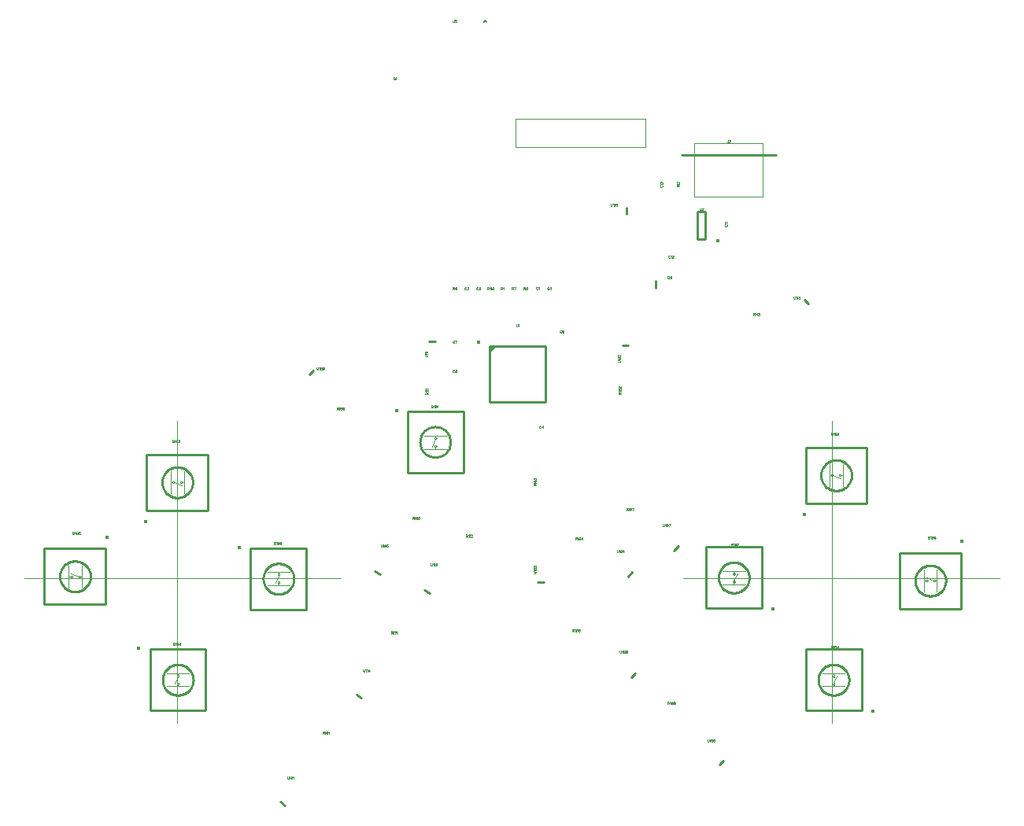
<source format=gbr>
%TF.GenerationSoftware,Novarm,DipTrace,3.0.0.2*%
%TF.CreationDate,2017-12-11T17:26:21+01:00*%
%FSLAX35Y35*%
%MOMM*%
%TF.FileFunction,Drawing,Top*%
%TF.Part,Single*%
%ADD10C,0.25*%
%ADD20C,0.03333*%
%ADD23O,0.4006X0.3995*%
%ADD24C,0.1*%
%ADD25O,0.4002X0.39973*%
%ADD27O,0.39973X0.4002*%
%ADD37O,0.401X0.399*%
%ADD40O,0.39103X0.39118*%
%ADD77C,0.03922*%
G75*
G01*
%LPD*%
D23*
X5007967Y5531272D3*
X5262951Y5191286D2*
D10*
G02X5262951Y5191286I165043J0D01*
G01*
X5307986Y5261250D2*
D24*
X5548002D1*
X5307986Y5121254D2*
X5548002D1*
X5427994Y5261250D2*
Y5246209D1*
Y5121254D2*
Y5136295D1*
X5418043Y5236238D2*
X5418068Y5236934D1*
X5418140Y5237626D1*
X5418261Y5238311D1*
X5418429Y5238987D1*
X5418644Y5239648D1*
X5418904Y5240294D1*
X5419208Y5240919D1*
X5419555Y5241522D1*
X5419944Y5242099D1*
X5420371Y5242647D1*
X5420836Y5243164D1*
X5421336Y5243648D1*
X5421868Y5244095D1*
X5422430Y5244504D1*
X5423019Y5244873D1*
X5423632Y5245199D1*
X5424266Y5245483D1*
X5424919Y5245721D1*
X5425587Y5245912D1*
X5426266Y5246057D1*
X5426954Y5246154D1*
X5427647Y5246202D1*
X5428341D1*
X5429034Y5246154D1*
X5429722Y5246057D1*
X5430401Y5245912D1*
X5431069Y5245721D1*
X5431722Y5245483D1*
X5432356Y5245199D1*
X5432969Y5244873D1*
X5433558Y5244504D1*
X5434120Y5244095D1*
X5434652Y5243648D1*
X5435152Y5243164D1*
X5435617Y5242647D1*
X5436044Y5242099D1*
X5436433Y5241522D1*
X5436780Y5240919D1*
X5437084Y5240294D1*
X5437345Y5239648D1*
X5437559Y5238987D1*
X5437727Y5238311D1*
X5437848Y5237626D1*
X5437920Y5236934D1*
X5437945Y5236238D1*
X5437920Y5235543D1*
X5437848Y5234851D1*
X5437727Y5234165D1*
X5437559Y5233490D1*
X5437345Y5232828D1*
X5437084Y5232183D1*
X5436780Y5231558D1*
X5436433Y5230955D1*
X5436044Y5230378D1*
X5435617Y5229830D1*
X5435152Y5229313D1*
X5434652Y5228829D1*
X5434120Y5228382D1*
X5433558Y5227973D1*
X5432969Y5227604D1*
X5432356Y5227277D1*
X5431722Y5226994D1*
X5431069Y5226756D1*
X5430401Y5226564D1*
X5429722Y5226420D1*
X5429034Y5226323D1*
X5428341Y5226274D1*
X5427647D1*
X5426954Y5226323D1*
X5426266Y5226420D1*
X5425587Y5226564D1*
X5424919Y5226756D1*
X5424266Y5226994D1*
X5423632Y5227277D1*
X5423019Y5227604D1*
X5422430Y5227973D1*
X5421868Y5228382D1*
X5421336Y5228829D1*
X5420836Y5229313D1*
X5420371Y5229830D1*
X5419944Y5230378D1*
X5419555Y5230955D1*
X5419208Y5231558D1*
X5418904Y5232183D1*
X5418644Y5232828D1*
X5418429Y5233490D1*
X5418261Y5234165D1*
X5418140Y5234851D1*
X5418068Y5235543D1*
X5418043Y5236238D1*
Y5151302D2*
X5418068Y5151998D1*
X5418140Y5152690D1*
X5418261Y5153375D1*
X5418429Y5154050D1*
X5418644Y5154712D1*
X5418904Y5155357D1*
X5419208Y5155983D1*
X5419555Y5156586D1*
X5419944Y5157163D1*
X5420371Y5157711D1*
X5420836Y5158228D1*
X5421336Y5158712D1*
X5421868Y5159159D1*
X5422430Y5159568D1*
X5423019Y5159937D1*
X5423632Y5160263D1*
X5424266Y5160546D1*
X5424919Y5160784D1*
X5425587Y5160976D1*
X5426266Y5161121D1*
X5426954Y5161218D1*
X5427647Y5161266D1*
X5428341D1*
X5429034Y5161218D1*
X5429722Y5161121D1*
X5430401Y5160976D1*
X5431069Y5160784D1*
X5431722Y5160546D1*
X5432356Y5160263D1*
X5432969Y5159937D1*
X5433558Y5159568D1*
X5434120Y5159159D1*
X5434652Y5158712D1*
X5435152Y5158228D1*
X5435617Y5157711D1*
X5436044Y5157163D1*
X5436433Y5156586D1*
X5436780Y5155983D1*
X5437084Y5155357D1*
X5437345Y5154712D1*
X5437559Y5154050D1*
X5437727Y5153375D1*
X5437848Y5152690D1*
X5437920Y5151998D1*
X5437945Y5151302D1*
X5437920Y5150607D1*
X5437848Y5149915D1*
X5437727Y5149229D1*
X5437559Y5148554D1*
X5437345Y5147892D1*
X5437084Y5147247D1*
X5436780Y5146622D1*
X5436433Y5146019D1*
X5436044Y5145442D1*
X5435617Y5144894D1*
X5435152Y5144376D1*
X5434652Y5143893D1*
X5434120Y5143446D1*
X5433558Y5143037D1*
X5432969Y5142668D1*
X5432356Y5142341D1*
X5431722Y5142058D1*
X5431069Y5141820D1*
X5430401Y5141628D1*
X5429722Y5141484D1*
X5429034Y5141387D1*
X5428341Y5141338D1*
X5427647D1*
X5426954Y5141387D1*
X5426266Y5141484D1*
X5425587Y5141628D1*
X5424919Y5141820D1*
X5424266Y5142058D1*
X5423632Y5142341D1*
X5423019Y5142668D1*
X5422430Y5143037D1*
X5421868Y5143446D1*
X5421336Y5143893D1*
X5420836Y5144376D1*
X5420371Y5144894D1*
X5419944Y5145442D1*
X5419555Y5146019D1*
X5419208Y5146622D1*
X5418904Y5147247D1*
X5418644Y5147892D1*
X5418429Y5148554D1*
X5418261Y5149229D1*
X5418140Y5149915D1*
X5418068Y5150607D1*
X5418043Y5151302D1*
X5427994Y5226268D2*
X5392995Y5146231D1*
X5127932Y5521233D2*
D10*
X5727970D1*
Y4861271D1*
X5127932D1*
Y5521233D1*
D25*
X2311010Y4341222D3*
X2485994Y4761280D2*
D10*
X2486396Y4772793D1*
X2487600Y4784249D1*
X2489600Y4795593D1*
X2492386Y4806771D1*
X2495946Y4817726D1*
X2500260Y4828407D1*
X2505309Y4838761D1*
X2511068Y4848737D1*
X2517509Y4858287D1*
X2524600Y4867365D1*
X2532307Y4875925D1*
X2540592Y4883927D1*
X2549415Y4891332D1*
X2558733Y4898103D1*
X2568501Y4904207D1*
X2578670Y4909615D1*
X2589192Y4914301D1*
X2600016Y4918241D1*
X2611087Y4921416D1*
X2622353Y4923811D1*
X2633759Y4925414D1*
X2645249Y4926218D1*
X2656766D1*
X2668256Y4925414D1*
X2679662Y4923811D1*
X2690928Y4921416D1*
X2701999Y4918241D1*
X2712823Y4914301D1*
X2723345Y4909615D1*
X2733514Y4904207D1*
X2743282Y4898103D1*
X2752600Y4891332D1*
X2761423Y4883927D1*
X2769708Y4875925D1*
X2777415Y4867365D1*
X2784506Y4858287D1*
X2790947Y4848737D1*
X2796706Y4838761D1*
X2801755Y4828407D1*
X2806069Y4817726D1*
X2809629Y4806771D1*
X2812415Y4795593D1*
X2814415Y4784249D1*
X2815619Y4772793D1*
X2816021Y4761280D1*
X2815619Y4749768D1*
X2814415Y4738311D1*
X2812415Y4726967D1*
X2809629Y4715789D1*
X2806069Y4704834D1*
X2801755Y4694153D1*
X2796706Y4683799D1*
X2790947Y4673823D1*
X2784506Y4664273D1*
X2777415Y4655196D1*
X2769708Y4646635D1*
X2761423Y4638633D1*
X2752600Y4631228D1*
X2743282Y4624457D1*
X2733514Y4618353D1*
X2723345Y4612945D1*
X2712823Y4608259D1*
X2701999Y4604319D1*
X2690928Y4601144D1*
X2679662Y4598749D1*
X2668256Y4597146D1*
X2656766Y4596342D1*
X2645249D1*
X2633759Y4597146D1*
X2622353Y4598749D1*
X2611087Y4601144D1*
X2600016Y4604319D1*
X2589192Y4608259D1*
X2578670Y4612945D1*
X2568501Y4618353D1*
X2558733Y4624457D1*
X2549415Y4631228D1*
X2540592Y4638633D1*
X2532307Y4646635D1*
X2524600Y4655196D1*
X2517509Y4664273D1*
X2511068Y4673823D1*
X2505309Y4683799D1*
X2500260Y4694153D1*
X2495946Y4704834D1*
X2492386Y4715789D1*
X2489600Y4726967D1*
X2487600Y4738311D1*
X2486396Y4749768D1*
X2485994Y4761280D1*
X2581007Y4641276D2*
D24*
Y4881284D1*
X2721008Y4641276D2*
Y4881284D1*
X2581007Y4761280D2*
X2596049D1*
X2721008D2*
X2705966D1*
X2596049D2*
X2596073Y4761974D1*
X2596146Y4762665D1*
X2596267Y4763349D1*
X2596435Y4764023D1*
X2596650Y4764683D1*
X2596911Y4765327D1*
X2597216Y4765952D1*
X2597564Y4766553D1*
X2597953Y4767129D1*
X2598382Y4767676D1*
X2598847Y4768192D1*
X2599348Y4768675D1*
X2599881Y4769121D1*
X2600444Y4769529D1*
X2601034Y4769897D1*
X2601649Y4770223D1*
X2602284Y4770506D1*
X2602938Y4770743D1*
X2603607Y4770935D1*
X2604288Y4771079D1*
X2604977Y4771176D1*
X2605672Y4771224D1*
X2606367D1*
X2607062Y4771176D1*
X2607751Y4771079D1*
X2608432Y4770935D1*
X2609101Y4770743D1*
X2609755Y4770506D1*
X2610390Y4770223D1*
X2611005Y4769897D1*
X2611595Y4769529D1*
X2612158Y4769121D1*
X2612691Y4768675D1*
X2613192Y4768192D1*
X2613657Y4767676D1*
X2614086Y4767129D1*
X2614475Y4766553D1*
X2614823Y4765952D1*
X2615128Y4765327D1*
X2615389Y4764683D1*
X2615604Y4764023D1*
X2615772Y4763349D1*
X2615893Y4762665D1*
X2615966Y4761974D1*
X2615990Y4761280D1*
X2615966Y4760586D1*
X2615893Y4759895D1*
X2615772Y4759211D1*
X2615604Y4758537D1*
X2615389Y4757877D1*
X2615128Y4757233D1*
X2614823Y4756609D1*
X2614475Y4756007D1*
X2614086Y4755431D1*
X2613657Y4754884D1*
X2613192Y4754368D1*
X2612691Y4753886D1*
X2612158Y4753439D1*
X2611595Y4753031D1*
X2611005Y4752663D1*
X2610390Y4752337D1*
X2609755Y4752054D1*
X2609101Y4751817D1*
X2608432Y4751625D1*
X2607751Y4751481D1*
X2607062Y4751384D1*
X2606367Y4751336D1*
X2605672D1*
X2604977Y4751384D1*
X2604288Y4751481D1*
X2603607Y4751625D1*
X2602938Y4751817D1*
X2602284Y4752054D1*
X2601649Y4752337D1*
X2601034Y4752663D1*
X2600444Y4753031D1*
X2599881Y4753439D1*
X2599348Y4753886D1*
X2598847Y4754368D1*
X2598382Y4754884D1*
X2597953Y4755431D1*
X2597564Y4756007D1*
X2597216Y4756609D1*
X2596911Y4757233D1*
X2596650Y4757877D1*
X2596435Y4758537D1*
X2596267Y4759211D1*
X2596146Y4759895D1*
X2596073Y4760586D1*
X2596049Y4761280D1*
X2680988D2*
X2681012Y4761974D1*
X2681085Y4762665D1*
X2681206Y4763349D1*
X2681374Y4764023D1*
X2681589Y4764683D1*
X2681850Y4765327D1*
X2682155Y4765952D1*
X2682503Y4766553D1*
X2682892Y4767129D1*
X2683321Y4767676D1*
X2683786Y4768192D1*
X2684287Y4768675D1*
X2684820Y4769121D1*
X2685383Y4769529D1*
X2685973Y4769897D1*
X2686588Y4770223D1*
X2687223Y4770506D1*
X2687877Y4770743D1*
X2688546Y4770935D1*
X2689227Y4771079D1*
X2689916Y4771176D1*
X2690611Y4771224D1*
X2691306D1*
X2692001Y4771176D1*
X2692690Y4771079D1*
X2693371Y4770935D1*
X2694040Y4770743D1*
X2694694Y4770506D1*
X2695329Y4770223D1*
X2695944Y4769897D1*
X2696534Y4769529D1*
X2697097Y4769121D1*
X2697630Y4768675D1*
X2698131Y4768192D1*
X2698596Y4767676D1*
X2699025Y4767129D1*
X2699414Y4766553D1*
X2699762Y4765952D1*
X2700067Y4765327D1*
X2700328Y4764683D1*
X2700543Y4764023D1*
X2700711Y4763349D1*
X2700832Y4762665D1*
X2700905Y4761974D1*
X2700929Y4761280D1*
X2700905Y4760586D1*
X2700832Y4759895D1*
X2700711Y4759211D1*
X2700543Y4758537D1*
X2700328Y4757877D1*
X2700067Y4757233D1*
X2699762Y4756609D1*
X2699414Y4756007D1*
X2699025Y4755431D1*
X2698596Y4754884D1*
X2698131Y4754368D1*
X2697630Y4753886D1*
X2697097Y4753439D1*
X2696534Y4753031D1*
X2695944Y4752663D1*
X2695329Y4752337D1*
X2694694Y4752054D1*
X2694040Y4751817D1*
X2693371Y4751625D1*
X2692690Y4751481D1*
X2692001Y4751384D1*
X2691306Y4751336D1*
X2690611D1*
X2689916Y4751384D1*
X2689227Y4751481D1*
X2688546Y4751625D1*
X2687877Y4751817D1*
X2687223Y4752054D1*
X2686588Y4752337D1*
X2685973Y4752663D1*
X2685383Y4753031D1*
X2684820Y4753439D1*
X2684287Y4753886D1*
X2683786Y4754368D1*
X2683321Y4754884D1*
X2682892Y4755431D1*
X2682503Y4756007D1*
X2682155Y4756609D1*
X2681850Y4757233D1*
X2681589Y4757877D1*
X2681374Y4758537D1*
X2681206Y4759211D1*
X2681085Y4759895D1*
X2681012Y4760586D1*
X2680988Y4761280D1*
X2615990D2*
X2696030Y4726282D1*
X2321015Y4461226D2*
D10*
X2981000D1*
Y5061248D1*
X2321015D1*
Y4461226D1*
D25*
X9398510Y4417222D3*
X9573494Y4837280D2*
D10*
X9573896Y4848793D1*
X9575100Y4860249D1*
X9577100Y4871593D1*
X9579886Y4882771D1*
X9583446Y4893726D1*
X9587760Y4904407D1*
X9592809Y4914761D1*
X9598568Y4924737D1*
X9605009Y4934287D1*
X9612100Y4943365D1*
X9619807Y4951925D1*
X9628092Y4959927D1*
X9636915Y4967332D1*
X9646233Y4974103D1*
X9656001Y4980207D1*
X9666170Y4985615D1*
X9676692Y4990301D1*
X9687516Y4994241D1*
X9698587Y4997416D1*
X9709853Y4999811D1*
X9721259Y5001414D1*
X9732749Y5002218D1*
X9744266D1*
X9755756Y5001414D1*
X9767162Y4999811D1*
X9778428Y4997416D1*
X9789499Y4994241D1*
X9800323Y4990301D1*
X9810845Y4985615D1*
X9821014Y4980207D1*
X9830782Y4974103D1*
X9840100Y4967332D1*
X9848923Y4959927D1*
X9857208Y4951925D1*
X9864915Y4943365D1*
X9872006Y4934287D1*
X9878447Y4924737D1*
X9884206Y4914761D1*
X9889255Y4904407D1*
X9893569Y4893726D1*
X9897129Y4882771D1*
X9899915Y4871593D1*
X9901915Y4860249D1*
X9903119Y4848793D1*
X9903521Y4837280D1*
X9903119Y4825768D1*
X9901915Y4814311D1*
X9899915Y4802967D1*
X9897129Y4791789D1*
X9893569Y4780834D1*
X9889255Y4770153D1*
X9884206Y4759799D1*
X9878447Y4749823D1*
X9872006Y4740273D1*
X9864915Y4731196D1*
X9857208Y4722635D1*
X9848923Y4714633D1*
X9840100Y4707228D1*
X9830782Y4700457D1*
X9821014Y4694353D1*
X9810845Y4688945D1*
X9800323Y4684259D1*
X9789499Y4680319D1*
X9778428Y4677144D1*
X9767162Y4674749D1*
X9755756Y4673146D1*
X9744266Y4672342D1*
X9732749D1*
X9721259Y4673146D1*
X9709853Y4674749D1*
X9698587Y4677144D1*
X9687516Y4680319D1*
X9676692Y4684259D1*
X9666170Y4688945D1*
X9656001Y4694353D1*
X9646233Y4700457D1*
X9636915Y4707228D1*
X9628092Y4714633D1*
X9619807Y4722635D1*
X9612100Y4731196D1*
X9605009Y4740273D1*
X9598568Y4749823D1*
X9592809Y4759799D1*
X9587760Y4770153D1*
X9583446Y4780834D1*
X9579886Y4791789D1*
X9577100Y4802967D1*
X9575100Y4814311D1*
X9573896Y4825768D1*
X9573494Y4837280D1*
X9668507Y4717276D2*
D24*
Y4957284D1*
X9808508Y4717276D2*
Y4957284D1*
X9668507Y4837280D2*
X9683549D1*
X9808508D2*
X9793466D1*
X9683549D2*
X9683573Y4837974D1*
X9683646Y4838665D1*
X9683767Y4839349D1*
X9683935Y4840023D1*
X9684150Y4840683D1*
X9684411Y4841327D1*
X9684716Y4841952D1*
X9685064Y4842553D1*
X9685453Y4843129D1*
X9685882Y4843676D1*
X9686347Y4844192D1*
X9686848Y4844675D1*
X9687381Y4845121D1*
X9687944Y4845529D1*
X9688534Y4845897D1*
X9689149Y4846223D1*
X9689784Y4846506D1*
X9690438Y4846743D1*
X9691107Y4846935D1*
X9691788Y4847079D1*
X9692477Y4847176D1*
X9693172Y4847224D1*
X9693867D1*
X9694562Y4847176D1*
X9695251Y4847079D1*
X9695932Y4846935D1*
X9696601Y4846743D1*
X9697255Y4846506D1*
X9697890Y4846223D1*
X9698505Y4845897D1*
X9699095Y4845529D1*
X9699658Y4845121D1*
X9700191Y4844675D1*
X9700692Y4844192D1*
X9701157Y4843676D1*
X9701586Y4843129D1*
X9701975Y4842553D1*
X9702323Y4841952D1*
X9702628Y4841327D1*
X9702889Y4840683D1*
X9703104Y4840023D1*
X9703272Y4839349D1*
X9703393Y4838665D1*
X9703466Y4837974D1*
X9703490Y4837280D1*
X9703466Y4836586D1*
X9703393Y4835895D1*
X9703272Y4835211D1*
X9703104Y4834537D1*
X9702889Y4833877D1*
X9702628Y4833233D1*
X9702323Y4832609D1*
X9701975Y4832007D1*
X9701586Y4831431D1*
X9701157Y4830884D1*
X9700692Y4830368D1*
X9700191Y4829886D1*
X9699658Y4829439D1*
X9699095Y4829031D1*
X9698505Y4828663D1*
X9697890Y4828337D1*
X9697255Y4828054D1*
X9696601Y4827817D1*
X9695932Y4827625D1*
X9695251Y4827481D1*
X9694562Y4827384D1*
X9693867Y4827336D1*
X9693172D1*
X9692477Y4827384D1*
X9691788Y4827481D1*
X9691107Y4827625D1*
X9690438Y4827817D1*
X9689784Y4828054D1*
X9689149Y4828337D1*
X9688534Y4828663D1*
X9687944Y4829031D1*
X9687381Y4829439D1*
X9686848Y4829886D1*
X9686347Y4830368D1*
X9685882Y4830884D1*
X9685453Y4831431D1*
X9685064Y4832007D1*
X9684716Y4832609D1*
X9684411Y4833233D1*
X9684150Y4833877D1*
X9683935Y4834537D1*
X9683767Y4835211D1*
X9683646Y4835895D1*
X9683573Y4836586D1*
X9683549Y4837280D1*
X9768488D2*
X9768512Y4837974D1*
X9768585Y4838665D1*
X9768706Y4839349D1*
X9768874Y4840023D1*
X9769089Y4840683D1*
X9769350Y4841327D1*
X9769655Y4841952D1*
X9770003Y4842553D1*
X9770392Y4843129D1*
X9770821Y4843676D1*
X9771286Y4844192D1*
X9771787Y4844675D1*
X9772320Y4845121D1*
X9772883Y4845529D1*
X9773473Y4845897D1*
X9774088Y4846223D1*
X9774723Y4846506D1*
X9775377Y4846743D1*
X9776046Y4846935D1*
X9776727Y4847079D1*
X9777416Y4847176D1*
X9778111Y4847224D1*
X9778806D1*
X9779501Y4847176D1*
X9780190Y4847079D1*
X9780871Y4846935D1*
X9781540Y4846743D1*
X9782194Y4846506D1*
X9782829Y4846223D1*
X9783444Y4845897D1*
X9784034Y4845529D1*
X9784597Y4845121D1*
X9785130Y4844675D1*
X9785631Y4844192D1*
X9786096Y4843676D1*
X9786525Y4843129D1*
X9786914Y4842553D1*
X9787262Y4841952D1*
X9787567Y4841327D1*
X9787828Y4840683D1*
X9788043Y4840023D1*
X9788211Y4839349D1*
X9788332Y4838665D1*
X9788405Y4837974D1*
X9788429Y4837280D1*
X9788405Y4836586D1*
X9788332Y4835895D1*
X9788211Y4835211D1*
X9788043Y4834537D1*
X9787828Y4833877D1*
X9787567Y4833233D1*
X9787262Y4832609D1*
X9786914Y4832007D1*
X9786525Y4831431D1*
X9786096Y4830884D1*
X9785631Y4830368D1*
X9785130Y4829886D1*
X9784597Y4829439D1*
X9784034Y4829031D1*
X9783444Y4828663D1*
X9782829Y4828337D1*
X9782194Y4828054D1*
X9781540Y4827817D1*
X9780871Y4827625D1*
X9780190Y4827481D1*
X9779501Y4827384D1*
X9778806Y4827336D1*
X9778111D1*
X9777416Y4827384D1*
X9776727Y4827481D1*
X9776046Y4827625D1*
X9775377Y4827817D1*
X9774723Y4828054D1*
X9774088Y4828337D1*
X9773473Y4828663D1*
X9772883Y4829031D1*
X9772320Y4829439D1*
X9771787Y4829886D1*
X9771286Y4830368D1*
X9770821Y4830884D1*
X9770392Y4831431D1*
X9770003Y4832007D1*
X9769655Y4832609D1*
X9769350Y4833233D1*
X9769089Y4833877D1*
X9768874Y4834537D1*
X9768706Y4835211D1*
X9768585Y4835895D1*
X9768512Y4836586D1*
X9768488Y4837280D1*
X9703490D2*
X9783530Y4802282D1*
X9408515Y4537226D2*
D10*
X10068500D1*
Y5137248D1*
X9408515D1*
Y4537226D1*
D27*
X10130550Y2295782D3*
X9545454Y2635780D2*
D10*
X9545856Y2647290D1*
X9547060Y2658745D1*
X9549060Y2670088D1*
X9551847Y2681264D1*
X9555407Y2692218D1*
X9559722Y2702897D1*
X9564772Y2713249D1*
X9570532Y2723224D1*
X9576973Y2732772D1*
X9584066Y2741848D1*
X9591774Y2750408D1*
X9600060Y2758409D1*
X9608884Y2765812D1*
X9618204Y2772582D1*
X9627973Y2778686D1*
X9638144Y2784093D1*
X9648668Y2788778D1*
X9659493Y2792717D1*
X9670566Y2795892D1*
X9681834Y2798286D1*
X9693241Y2799889D1*
X9704732Y2800693D1*
X9716252D1*
X9727743Y2799889D1*
X9739151Y2798286D1*
X9750418Y2795892D1*
X9761492Y2792717D1*
X9772316Y2788778D1*
X9782840Y2784093D1*
X9793011Y2778686D1*
X9802780Y2772582D1*
X9812100Y2765812D1*
X9820924Y2758409D1*
X9829211Y2750408D1*
X9836919Y2741848D1*
X9844011Y2732772D1*
X9850452Y2723224D1*
X9856212Y2713249D1*
X9861262Y2702897D1*
X9865577Y2692218D1*
X9869137Y2681264D1*
X9871924Y2670088D1*
X9873924Y2658745D1*
X9875128Y2647290D1*
X9875530Y2635780D1*
X9875128Y2624269D1*
X9873924Y2612814D1*
X9871924Y2601471D1*
X9869137Y2590296D1*
X9865577Y2579342D1*
X9861262Y2568663D1*
X9856212Y2558311D1*
X9850452Y2548336D1*
X9844011Y2538787D1*
X9836919Y2529711D1*
X9829211Y2521152D1*
X9820924Y2513151D1*
X9812100Y2505747D1*
X9802780Y2498977D1*
X9793011Y2492874D1*
X9782840Y2487467D1*
X9772316Y2482782D1*
X9761492Y2478843D1*
X9750418Y2475668D1*
X9739151Y2473273D1*
X9727743Y2471670D1*
X9716252Y2470867D1*
X9704732D1*
X9693241Y2471670D1*
X9681834Y2473273D1*
X9670566Y2475668D1*
X9659493Y2478843D1*
X9648668Y2482782D1*
X9638144Y2487467D1*
X9627973Y2492874D1*
X9618204Y2498977D1*
X9608884Y2505747D1*
X9600060Y2513151D1*
X9591774Y2521152D1*
X9584066Y2529711D1*
X9576973Y2538787D1*
X9570532Y2548336D1*
X9564772Y2558311D1*
X9559722Y2568663D1*
X9555407Y2579342D1*
X9551847Y2590296D1*
X9549060Y2601471D1*
X9547060Y2612814D1*
X9545856Y2624269D1*
X9545454Y2635780D1*
X9830496Y2565779D2*
D24*
X9590488D1*
X9830496Y2705780D2*
X9590488D1*
X9710492Y2565779D2*
Y2580821D1*
Y2705780D2*
Y2690738D1*
X9700542Y2590792D2*
X9700566Y2591487D1*
X9700639Y2592179D1*
X9700759Y2592865D1*
X9700927Y2593540D1*
X9701142Y2594202D1*
X9701402Y2594847D1*
X9701706Y2595473D1*
X9702054Y2596075D1*
X9702442Y2596652D1*
X9702870Y2597201D1*
X9703334Y2597718D1*
X9703834Y2598201D1*
X9704366Y2598649D1*
X9704928Y2599058D1*
X9705517Y2599426D1*
X9706130Y2599753D1*
X9706765Y2600036D1*
X9707417Y2600274D1*
X9708085Y2600466D1*
X9708764Y2600611D1*
X9709452Y2600708D1*
X9710145Y2600756D1*
X9710839D1*
X9711532Y2600708D1*
X9712220Y2600611D1*
X9712899Y2600466D1*
X9713567Y2600274D1*
X9714220Y2600036D1*
X9714854Y2599753D1*
X9715467Y2599426D1*
X9716056Y2599058D1*
X9716618Y2598649D1*
X9717150Y2598201D1*
X9717650Y2597718D1*
X9718114Y2597201D1*
X9718542Y2596652D1*
X9718930Y2596075D1*
X9719278Y2595473D1*
X9719582Y2594847D1*
X9719842Y2594202D1*
X9720057Y2593540D1*
X9720225Y2592865D1*
X9720346Y2592179D1*
X9720418Y2591487D1*
X9720442Y2590792D1*
X9720418Y2590096D1*
X9720346Y2589404D1*
X9720225Y2588719D1*
X9720057Y2588043D1*
X9719842Y2587382D1*
X9719582Y2586736D1*
X9719278Y2586111D1*
X9718930Y2585508D1*
X9718542Y2584931D1*
X9718114Y2584383D1*
X9717650Y2583866D1*
X9717150Y2583382D1*
X9716618Y2582935D1*
X9716056Y2582526D1*
X9715467Y2582157D1*
X9714854Y2581830D1*
X9714220Y2581547D1*
X9713567Y2581309D1*
X9712899Y2581117D1*
X9712220Y2580973D1*
X9711532Y2580876D1*
X9710839Y2580827D1*
X9710145D1*
X9709452Y2580876D1*
X9708764Y2580973D1*
X9708085Y2581117D1*
X9707417Y2581309D1*
X9706765Y2581547D1*
X9706130Y2581830D1*
X9705517Y2582157D1*
X9704928Y2582526D1*
X9704366Y2582935D1*
X9703834Y2583382D1*
X9703334Y2583866D1*
X9702870Y2584383D1*
X9702442Y2584931D1*
X9702054Y2585508D1*
X9701706Y2586111D1*
X9701402Y2586736D1*
X9701142Y2587382D1*
X9700927Y2588043D1*
X9700759Y2588719D1*
X9700639Y2589404D1*
X9700566Y2590096D1*
X9700542Y2590792D1*
Y2675731D2*
X9700566Y2676426D1*
X9700639Y2677118D1*
X9700759Y2677804D1*
X9700927Y2678479D1*
X9701142Y2679141D1*
X9701402Y2679786D1*
X9701706Y2680412D1*
X9702054Y2681014D1*
X9702442Y2681591D1*
X9702870Y2682140D1*
X9703334Y2682657D1*
X9703834Y2683140D1*
X9704366Y2683588D1*
X9704928Y2683997D1*
X9705517Y2684365D1*
X9706130Y2684692D1*
X9706765Y2684975D1*
X9707417Y2685213D1*
X9708085Y2685405D1*
X9708764Y2685550D1*
X9709452Y2685647D1*
X9710145Y2685695D1*
X9710839D1*
X9711532Y2685647D1*
X9712220Y2685550D1*
X9712899Y2685405D1*
X9713567Y2685213D1*
X9714220Y2684975D1*
X9714854Y2684692D1*
X9715467Y2684365D1*
X9716056Y2683997D1*
X9716618Y2683588D1*
X9717150Y2683140D1*
X9717650Y2682657D1*
X9718114Y2682140D1*
X9718542Y2681591D1*
X9718930Y2681014D1*
X9719278Y2680412D1*
X9719582Y2679786D1*
X9719842Y2679141D1*
X9720057Y2678479D1*
X9720225Y2677804D1*
X9720346Y2677118D1*
X9720418Y2676426D1*
X9720442Y2675731D1*
X9720418Y2675035D1*
X9720346Y2674343D1*
X9720225Y2673658D1*
X9720057Y2672982D1*
X9719842Y2672321D1*
X9719582Y2671675D1*
X9719278Y2671050D1*
X9718930Y2670447D1*
X9718542Y2669870D1*
X9718114Y2669322D1*
X9717650Y2668805D1*
X9717150Y2668321D1*
X9716618Y2667874D1*
X9716056Y2667465D1*
X9715467Y2667096D1*
X9714854Y2666769D1*
X9714220Y2666486D1*
X9713567Y2666248D1*
X9712899Y2666056D1*
X9712220Y2665912D1*
X9711532Y2665815D1*
X9710839Y2665766D1*
X9710145D1*
X9709452Y2665815D1*
X9708764Y2665912D1*
X9708085Y2666056D1*
X9707417Y2666248D1*
X9706765Y2666486D1*
X9706130Y2666769D1*
X9705517Y2667096D1*
X9704928Y2667465D1*
X9704366Y2667874D1*
X9703834Y2668321D1*
X9703334Y2668805D1*
X9702870Y2669322D1*
X9702442Y2669870D1*
X9702054Y2670447D1*
X9701706Y2671050D1*
X9701402Y2671675D1*
X9701142Y2672321D1*
X9700927Y2672982D1*
X9700759Y2673658D1*
X9700639Y2674343D1*
X9700566Y2675035D1*
X9700542Y2675731D1*
X9710492Y2600762D2*
X9745490Y2680802D1*
X10010546Y2305787D2*
D10*
X9410524D1*
Y2965772D1*
X10010546D1*
Y2305787D1*
D25*
X1890990Y4168322D3*
X1385979Y3748264D2*
D10*
X1386381Y3759777D1*
X1387585Y3771233D1*
X1389585Y3782578D1*
X1392371Y3793755D1*
X1395931Y3804711D1*
X1400245Y3815391D1*
X1405294Y3825745D1*
X1411053Y3835721D1*
X1417494Y3845271D1*
X1424585Y3854349D1*
X1432292Y3862909D1*
X1440577Y3870912D1*
X1449400Y3878316D1*
X1458718Y3885087D1*
X1468486Y3891192D1*
X1478655Y3896600D1*
X1489177Y3901285D1*
X1500001Y3905225D1*
X1511072Y3908400D1*
X1522338Y3910795D1*
X1533744Y3912398D1*
X1545234Y3913202D1*
X1556751D1*
X1568241Y3912398D1*
X1579647Y3910795D1*
X1590913Y3908400D1*
X1601984Y3905225D1*
X1612808Y3901285D1*
X1623330Y3896600D1*
X1633499Y3891192D1*
X1643267Y3885087D1*
X1652585Y3878316D1*
X1661408Y3870912D1*
X1669693Y3862909D1*
X1677400Y3854349D1*
X1684491Y3845271D1*
X1690932Y3835721D1*
X1696691Y3825745D1*
X1701740Y3815391D1*
X1706054Y3804711D1*
X1709614Y3793755D1*
X1712400Y3782578D1*
X1714400Y3771233D1*
X1715604Y3759777D1*
X1716006Y3748264D1*
X1715604Y3736752D1*
X1714400Y3725295D1*
X1712400Y3713951D1*
X1709614Y3702774D1*
X1706054Y3691818D1*
X1701740Y3681137D1*
X1696691Y3670784D1*
X1690932Y3660807D1*
X1684491Y3651257D1*
X1677400Y3642180D1*
X1669693Y3633619D1*
X1661408Y3625617D1*
X1652585Y3618212D1*
X1643267Y3611441D1*
X1633499Y3605337D1*
X1623330Y3599929D1*
X1612808Y3595244D1*
X1601984Y3591304D1*
X1590913Y3588129D1*
X1579647Y3585733D1*
X1568241Y3584130D1*
X1556751Y3583327D1*
X1545234D1*
X1533744Y3584130D1*
X1522338Y3585733D1*
X1511072Y3588129D1*
X1500001Y3591304D1*
X1489177Y3595244D1*
X1478655Y3599929D1*
X1468486Y3605337D1*
X1458718Y3611441D1*
X1449400Y3618212D1*
X1440577Y3625617D1*
X1432292Y3633619D1*
X1424585Y3642180D1*
X1417494Y3651257D1*
X1411053Y3660807D1*
X1405294Y3670784D1*
X1400245Y3681137D1*
X1395931Y3691818D1*
X1392371Y3702774D1*
X1389585Y3713951D1*
X1387585Y3725295D1*
X1386381Y3736752D1*
X1385979Y3748264D1*
X1620993Y3868269D2*
D24*
Y3628260D1*
X1480992Y3868269D2*
Y3628260D1*
X1620993Y3748264D2*
X1605951D1*
X1480992D2*
X1496034D1*
X1586010D2*
X1586034Y3748958D1*
X1586107Y3749649D1*
X1586228Y3750333D1*
X1586396Y3751007D1*
X1586611Y3751668D1*
X1586872Y3752311D1*
X1587177Y3752936D1*
X1587525Y3753537D1*
X1587914Y3754113D1*
X1588343Y3754660D1*
X1588808Y3755176D1*
X1589309Y3755659D1*
X1589842Y3756105D1*
X1590405Y3756514D1*
X1590995Y3756882D1*
X1591610Y3757208D1*
X1592245Y3757490D1*
X1592899Y3757728D1*
X1593568Y3757919D1*
X1594249Y3758063D1*
X1594938Y3758160D1*
X1595633Y3758209D1*
X1596328D1*
X1597023Y3758160D1*
X1597712Y3758063D1*
X1598393Y3757919D1*
X1599062Y3757728D1*
X1599716Y3757490D1*
X1600351Y3757208D1*
X1600966Y3756882D1*
X1601556Y3756514D1*
X1602119Y3756105D1*
X1602652Y3755659D1*
X1603153Y3755176D1*
X1603618Y3754660D1*
X1604047Y3754113D1*
X1604436Y3753537D1*
X1604784Y3752936D1*
X1605089Y3752311D1*
X1605350Y3751668D1*
X1605565Y3751007D1*
X1605733Y3750333D1*
X1605854Y3749649D1*
X1605927Y3748958D1*
X1605951Y3748264D1*
X1605927Y3747570D1*
X1605854Y3746880D1*
X1605733Y3746196D1*
X1605565Y3745522D1*
X1605350Y3744861D1*
X1605089Y3744217D1*
X1604784Y3743593D1*
X1604436Y3742991D1*
X1604047Y3742416D1*
X1603618Y3741868D1*
X1603153Y3741352D1*
X1602652Y3740870D1*
X1602119Y3740423D1*
X1601556Y3740015D1*
X1600966Y3739647D1*
X1600351Y3739321D1*
X1599716Y3739039D1*
X1599062Y3738801D1*
X1598393Y3738610D1*
X1597712Y3738465D1*
X1597023Y3738369D1*
X1596328Y3738320D1*
X1595633D1*
X1594938Y3738369D1*
X1594249Y3738465D1*
X1593568Y3738610D1*
X1592899Y3738801D1*
X1592245Y3739039D1*
X1591610Y3739321D1*
X1590995Y3739647D1*
X1590405Y3740015D1*
X1589842Y3740423D1*
X1589309Y3740870D1*
X1588808Y3741352D1*
X1588343Y3741868D1*
X1587914Y3742416D1*
X1587525Y3742991D1*
X1587177Y3743593D1*
X1586872Y3744217D1*
X1586611Y3744861D1*
X1586396Y3745522D1*
X1586228Y3746196D1*
X1586107Y3746880D1*
X1586034Y3747570D1*
X1586010Y3748264D1*
X1501071D2*
X1501095Y3748958D1*
X1501168Y3749649D1*
X1501289Y3750333D1*
X1501457Y3751007D1*
X1501672Y3751668D1*
X1501933Y3752311D1*
X1502238Y3752936D1*
X1502586Y3753537D1*
X1502975Y3754113D1*
X1503404Y3754660D1*
X1503869Y3755176D1*
X1504370Y3755659D1*
X1504903Y3756105D1*
X1505466Y3756514D1*
X1506056Y3756882D1*
X1506671Y3757208D1*
X1507306Y3757490D1*
X1507960Y3757728D1*
X1508629Y3757919D1*
X1509310Y3758063D1*
X1509999Y3758160D1*
X1510694Y3758209D1*
X1511389D1*
X1512084Y3758160D1*
X1512773Y3758063D1*
X1513454Y3757919D1*
X1514123Y3757728D1*
X1514777Y3757490D1*
X1515412Y3757208D1*
X1516027Y3756882D1*
X1516617Y3756514D1*
X1517180Y3756105D1*
X1517713Y3755659D1*
X1518214Y3755176D1*
X1518679Y3754660D1*
X1519108Y3754113D1*
X1519497Y3753537D1*
X1519845Y3752936D1*
X1520150Y3752311D1*
X1520411Y3751668D1*
X1520626Y3751007D1*
X1520794Y3750333D1*
X1520915Y3749649D1*
X1520988Y3748958D1*
X1521012Y3748264D1*
X1520988Y3747570D1*
X1520915Y3746880D1*
X1520794Y3746196D1*
X1520626Y3745522D1*
X1520411Y3744861D1*
X1520150Y3744217D1*
X1519845Y3743593D1*
X1519497Y3742991D1*
X1519108Y3742416D1*
X1518679Y3741868D1*
X1518214Y3741352D1*
X1517713Y3740870D1*
X1517180Y3740423D1*
X1516617Y3740015D1*
X1516027Y3739647D1*
X1515412Y3739321D1*
X1514777Y3739039D1*
X1514123Y3738801D1*
X1513454Y3738610D1*
X1512773Y3738465D1*
X1512084Y3738369D1*
X1511389Y3738320D1*
X1510694D1*
X1509999Y3738369D1*
X1509310Y3738465D1*
X1508629Y3738610D1*
X1507960Y3738801D1*
X1507306Y3739039D1*
X1506671Y3739321D1*
X1506056Y3739647D1*
X1505466Y3740015D1*
X1504903Y3740423D1*
X1504370Y3740870D1*
X1503869Y3741352D1*
X1503404Y3741868D1*
X1502975Y3742416D1*
X1502586Y3742991D1*
X1502238Y3743593D1*
X1501933Y3744217D1*
X1501672Y3744861D1*
X1501457Y3745522D1*
X1501289Y3746196D1*
X1501168Y3746880D1*
X1501095Y3747570D1*
X1501071Y3748264D1*
X1586010D2*
X1505970Y3783262D1*
X1880985Y4048318D2*
D10*
X1221000D1*
Y3448296D1*
X1880985D1*
Y4048318D1*
D27*
X3319450Y4063262D3*
X3574470Y3723265D2*
D10*
X3574872Y3734775D1*
X3576076Y3746230D1*
X3578076Y3757573D1*
X3580863Y3768749D1*
X3584423Y3779703D1*
X3588738Y3790382D1*
X3593788Y3800734D1*
X3599548Y3810709D1*
X3605989Y3820257D1*
X3613081Y3829333D1*
X3620789Y3837893D1*
X3629076Y3845894D1*
X3637900Y3853297D1*
X3647220Y3860067D1*
X3656989Y3866171D1*
X3667160Y3871578D1*
X3677684Y3876263D1*
X3688508Y3880202D1*
X3699582Y3883377D1*
X3710849Y3885771D1*
X3722257Y3887374D1*
X3733748Y3888178D1*
X3745268D1*
X3756759Y3887374D1*
X3768166Y3885771D1*
X3779434Y3883377D1*
X3790507Y3880202D1*
X3801332Y3876263D1*
X3811856Y3871578D1*
X3822027Y3866171D1*
X3831796Y3860067D1*
X3841116Y3853297D1*
X3849940Y3845894D1*
X3858226Y3837893D1*
X3865934Y3829333D1*
X3873027Y3820257D1*
X3879468Y3810709D1*
X3885228Y3800734D1*
X3890278Y3790382D1*
X3894593Y3779703D1*
X3898153Y3768749D1*
X3900940Y3757573D1*
X3902940Y3746230D1*
X3904144Y3734775D1*
X3904546Y3723265D1*
X3904144Y3711754D1*
X3902940Y3700299D1*
X3900940Y3688956D1*
X3898153Y3677781D1*
X3894593Y3666827D1*
X3890278Y3656148D1*
X3885228Y3645796D1*
X3879468Y3635821D1*
X3873027Y3626272D1*
X3865934Y3617196D1*
X3858226Y3608637D1*
X3849940Y3600636D1*
X3841116Y3593232D1*
X3831796Y3586462D1*
X3822027Y3580359D1*
X3811856Y3574952D1*
X3801332Y3570267D1*
X3790507Y3566328D1*
X3779434Y3563153D1*
X3768166Y3560758D1*
X3756759Y3559155D1*
X3745268Y3558352D1*
X3733748D1*
X3722257Y3559155D1*
X3710849Y3560758D1*
X3699582Y3563153D1*
X3688508Y3566328D1*
X3677684Y3570267D1*
X3667160Y3574952D1*
X3656989Y3580359D1*
X3647220Y3586462D1*
X3637900Y3593232D1*
X3629076Y3600636D1*
X3620789Y3608637D1*
X3613081Y3617196D1*
X3605989Y3626272D1*
X3599548Y3635821D1*
X3593788Y3645796D1*
X3588738Y3656148D1*
X3584423Y3666827D1*
X3580863Y3677781D1*
X3578076Y3688956D1*
X3576076Y3700299D1*
X3574872Y3711754D1*
X3574470Y3723265D1*
X3619504Y3793265D2*
D24*
X3859512D1*
X3619504Y3653264D2*
X3859512D1*
X3739508Y3793265D2*
Y3778223D1*
Y3653264D2*
Y3668306D1*
X3729558Y3768253D2*
X3729582Y3768948D1*
X3729654Y3769640D1*
X3729775Y3770326D1*
X3729943Y3771001D1*
X3730158Y3771663D1*
X3730418Y3772308D1*
X3730722Y3772934D1*
X3731070Y3773536D1*
X3731458Y3774113D1*
X3731886Y3774662D1*
X3732350Y3775179D1*
X3732850Y3775662D1*
X3733382Y3776110D1*
X3733944Y3776519D1*
X3734533Y3776887D1*
X3735146Y3777214D1*
X3735780Y3777497D1*
X3736433Y3777735D1*
X3737101Y3777927D1*
X3737780Y3778072D1*
X3738468Y3778169D1*
X3739161Y3778217D1*
X3739855D1*
X3740548Y3778169D1*
X3741236Y3778072D1*
X3741915Y3777927D1*
X3742583Y3777735D1*
X3743235Y3777497D1*
X3743870Y3777214D1*
X3744483Y3776887D1*
X3745072Y3776519D1*
X3745634Y3776110D1*
X3746166Y3775662D1*
X3746666Y3775179D1*
X3747130Y3774662D1*
X3747558Y3774113D1*
X3747946Y3773536D1*
X3748294Y3772934D1*
X3748598Y3772308D1*
X3748858Y3771663D1*
X3749073Y3771001D1*
X3749241Y3770326D1*
X3749361Y3769640D1*
X3749434Y3768948D1*
X3749458Y3768253D1*
X3749434Y3767557D1*
X3749361Y3766865D1*
X3749241Y3766180D1*
X3749073Y3765504D1*
X3748858Y3764843D1*
X3748598Y3764197D1*
X3748294Y3763572D1*
X3747946Y3762969D1*
X3747558Y3762392D1*
X3747130Y3761844D1*
X3746666Y3761327D1*
X3746166Y3760843D1*
X3745634Y3760396D1*
X3745072Y3759987D1*
X3744483Y3759618D1*
X3743870Y3759291D1*
X3743235Y3759008D1*
X3742583Y3758770D1*
X3741915Y3758578D1*
X3741236Y3758434D1*
X3740548Y3758337D1*
X3739855Y3758288D1*
X3739161D1*
X3738468Y3758337D1*
X3737780Y3758434D1*
X3737101Y3758578D1*
X3736433Y3758770D1*
X3735780Y3759008D1*
X3735146Y3759291D1*
X3734533Y3759618D1*
X3733944Y3759987D1*
X3733382Y3760396D1*
X3732850Y3760843D1*
X3732350Y3761327D1*
X3731886Y3761844D1*
X3731458Y3762392D1*
X3731070Y3762969D1*
X3730722Y3763572D1*
X3730418Y3764197D1*
X3730158Y3764843D1*
X3729943Y3765504D1*
X3729775Y3766180D1*
X3729654Y3766865D1*
X3729582Y3767557D1*
X3729558Y3768253D1*
Y3683314D2*
X3729582Y3684009D1*
X3729654Y3684701D1*
X3729775Y3685387D1*
X3729943Y3686062D1*
X3730158Y3686724D1*
X3730418Y3687369D1*
X3730722Y3687995D1*
X3731070Y3688597D1*
X3731458Y3689174D1*
X3731886Y3689723D1*
X3732350Y3690240D1*
X3732850Y3690723D1*
X3733382Y3691171D1*
X3733944Y3691580D1*
X3734533Y3691948D1*
X3735146Y3692275D1*
X3735780Y3692558D1*
X3736433Y3692796D1*
X3737101Y3692988D1*
X3737780Y3693133D1*
X3738468Y3693230D1*
X3739161Y3693278D1*
X3739855D1*
X3740548Y3693230D1*
X3741236Y3693133D1*
X3741915Y3692988D1*
X3742583Y3692796D1*
X3743235Y3692558D1*
X3743870Y3692275D1*
X3744483Y3691948D1*
X3745072Y3691580D1*
X3745634Y3691171D1*
X3746166Y3690723D1*
X3746666Y3690240D1*
X3747130Y3689723D1*
X3747558Y3689174D1*
X3747946Y3688597D1*
X3748294Y3687995D1*
X3748598Y3687369D1*
X3748858Y3686724D1*
X3749073Y3686062D1*
X3749241Y3685387D1*
X3749361Y3684701D1*
X3749434Y3684009D1*
X3749458Y3683314D1*
X3749434Y3682618D1*
X3749361Y3681926D1*
X3749241Y3681241D1*
X3749073Y3680565D1*
X3748858Y3679904D1*
X3748598Y3679258D1*
X3748294Y3678633D1*
X3747946Y3678030D1*
X3747558Y3677453D1*
X3747130Y3676905D1*
X3746666Y3676388D1*
X3746166Y3675904D1*
X3745634Y3675457D1*
X3745072Y3675048D1*
X3744483Y3674679D1*
X3743870Y3674352D1*
X3743235Y3674069D1*
X3742583Y3673831D1*
X3741915Y3673639D1*
X3741236Y3673495D1*
X3740548Y3673398D1*
X3739855Y3673349D1*
X3739161D1*
X3738468Y3673398D1*
X3737780Y3673495D1*
X3737101Y3673639D1*
X3736433Y3673831D1*
X3735780Y3674069D1*
X3735146Y3674352D1*
X3734533Y3674679D1*
X3733944Y3675048D1*
X3733382Y3675457D1*
X3732850Y3675904D1*
X3732350Y3676388D1*
X3731886Y3676905D1*
X3731458Y3677453D1*
X3731070Y3678030D1*
X3730722Y3678633D1*
X3730418Y3679258D1*
X3730158Y3679904D1*
X3729943Y3680565D1*
X3729775Y3681241D1*
X3729654Y3681926D1*
X3729582Y3682618D1*
X3729558Y3683314D1*
X3739508Y3758282D2*
X3704510Y3678242D1*
X3439454Y4053257D2*
D10*
X4039476D1*
Y3393272D1*
X3439454D1*
Y4053257D1*
D27*
X9057050Y3395782D3*
X8471954Y3735780D2*
D10*
X8472356Y3747290D1*
X8473560Y3758745D1*
X8475560Y3770088D1*
X8478347Y3781264D1*
X8481907Y3792218D1*
X8486222Y3802897D1*
X8491272Y3813249D1*
X8497032Y3823224D1*
X8503473Y3832772D1*
X8510566Y3841848D1*
X8518274Y3850408D1*
X8526560Y3858409D1*
X8535384Y3865812D1*
X8544704Y3872582D1*
X8554473Y3878686D1*
X8564644Y3884093D1*
X8575168Y3888778D1*
X8585993Y3892717D1*
X8597066Y3895892D1*
X8608334Y3898286D1*
X8619741Y3899889D1*
X8631232Y3900693D1*
X8642752D1*
X8654243Y3899889D1*
X8665651Y3898286D1*
X8676918Y3895892D1*
X8687992Y3892717D1*
X8698816Y3888778D1*
X8709340Y3884093D1*
X8719511Y3878686D1*
X8729280Y3872582D1*
X8738600Y3865812D1*
X8747424Y3858409D1*
X8755711Y3850408D1*
X8763419Y3841848D1*
X8770511Y3832772D1*
X8776952Y3823224D1*
X8782712Y3813249D1*
X8787762Y3802897D1*
X8792077Y3792218D1*
X8795637Y3781264D1*
X8798424Y3770088D1*
X8800424Y3758745D1*
X8801628Y3747290D1*
X8802030Y3735780D1*
X8801628Y3724269D1*
X8800424Y3712814D1*
X8798424Y3701471D1*
X8795637Y3690296D1*
X8792077Y3679342D1*
X8787762Y3668663D1*
X8782712Y3658311D1*
X8776952Y3648336D1*
X8770511Y3638787D1*
X8763419Y3629711D1*
X8755711Y3621152D1*
X8747424Y3613151D1*
X8738600Y3605747D1*
X8729280Y3598977D1*
X8719511Y3592874D1*
X8709340Y3587467D1*
X8698816Y3582782D1*
X8687992Y3578843D1*
X8676918Y3575668D1*
X8665651Y3573273D1*
X8654243Y3571670D1*
X8642752Y3570867D1*
X8631232D1*
X8619741Y3571670D1*
X8608334Y3573273D1*
X8597066Y3575668D1*
X8585993Y3578843D1*
X8575168Y3582782D1*
X8564644Y3587467D1*
X8554473Y3592874D1*
X8544704Y3598977D1*
X8535384Y3605747D1*
X8526560Y3613151D1*
X8518274Y3621152D1*
X8510566Y3629711D1*
X8503473Y3638787D1*
X8497032Y3648336D1*
X8491272Y3658311D1*
X8486222Y3668663D1*
X8481907Y3679342D1*
X8478347Y3690296D1*
X8475560Y3701471D1*
X8473560Y3712814D1*
X8472356Y3724269D1*
X8471954Y3735780D1*
X8756996Y3665779D2*
D24*
X8516988D1*
X8756996Y3805780D2*
X8516988D1*
X8636992Y3665779D2*
Y3680821D1*
Y3805780D2*
Y3790738D1*
X8627042Y3690792D2*
X8627066Y3691487D1*
X8627139Y3692179D1*
X8627259Y3692865D1*
X8627427Y3693540D1*
X8627642Y3694202D1*
X8627902Y3694847D1*
X8628206Y3695473D1*
X8628554Y3696075D1*
X8628942Y3696652D1*
X8629370Y3697201D1*
X8629834Y3697718D1*
X8630334Y3698201D1*
X8630866Y3698649D1*
X8631428Y3699058D1*
X8632017Y3699426D1*
X8632630Y3699753D1*
X8633265Y3700036D1*
X8633917Y3700274D1*
X8634585Y3700466D1*
X8635264Y3700611D1*
X8635952Y3700708D1*
X8636645Y3700756D1*
X8637339D1*
X8638032Y3700708D1*
X8638720Y3700611D1*
X8639399Y3700466D1*
X8640067Y3700274D1*
X8640720Y3700036D1*
X8641354Y3699753D1*
X8641967Y3699426D1*
X8642556Y3699058D1*
X8643118Y3698649D1*
X8643650Y3698201D1*
X8644150Y3697718D1*
X8644614Y3697201D1*
X8645042Y3696652D1*
X8645430Y3696075D1*
X8645778Y3695473D1*
X8646082Y3694847D1*
X8646342Y3694202D1*
X8646557Y3693540D1*
X8646725Y3692865D1*
X8646846Y3692179D1*
X8646918Y3691487D1*
X8646942Y3690792D1*
X8646918Y3690096D1*
X8646846Y3689404D1*
X8646725Y3688719D1*
X8646557Y3688043D1*
X8646342Y3687382D1*
X8646082Y3686736D1*
X8645778Y3686111D1*
X8645430Y3685508D1*
X8645042Y3684931D1*
X8644614Y3684383D1*
X8644150Y3683866D1*
X8643650Y3683382D1*
X8643118Y3682935D1*
X8642556Y3682526D1*
X8641967Y3682157D1*
X8641354Y3681830D1*
X8640720Y3681547D1*
X8640067Y3681309D1*
X8639399Y3681117D1*
X8638720Y3680973D1*
X8638032Y3680876D1*
X8637339Y3680827D1*
X8636645D1*
X8635952Y3680876D1*
X8635264Y3680973D1*
X8634585Y3681117D1*
X8633917Y3681309D1*
X8633265Y3681547D1*
X8632630Y3681830D1*
X8632017Y3682157D1*
X8631428Y3682526D1*
X8630866Y3682935D1*
X8630334Y3683382D1*
X8629834Y3683866D1*
X8629370Y3684383D1*
X8628942Y3684931D1*
X8628554Y3685508D1*
X8628206Y3686111D1*
X8627902Y3686736D1*
X8627642Y3687382D1*
X8627427Y3688043D1*
X8627259Y3688719D1*
X8627139Y3689404D1*
X8627066Y3690096D1*
X8627042Y3690792D1*
Y3775731D2*
X8627066Y3776426D1*
X8627139Y3777118D1*
X8627259Y3777804D1*
X8627427Y3778479D1*
X8627642Y3779141D1*
X8627902Y3779786D1*
X8628206Y3780412D1*
X8628554Y3781014D1*
X8628942Y3781591D1*
X8629370Y3782140D1*
X8629834Y3782657D1*
X8630334Y3783140D1*
X8630866Y3783588D1*
X8631428Y3783997D1*
X8632017Y3784365D1*
X8632630Y3784692D1*
X8633265Y3784975D1*
X8633917Y3785213D1*
X8634585Y3785405D1*
X8635264Y3785550D1*
X8635952Y3785647D1*
X8636645Y3785695D1*
X8637339D1*
X8638032Y3785647D1*
X8638720Y3785550D1*
X8639399Y3785405D1*
X8640067Y3785213D1*
X8640720Y3784975D1*
X8641354Y3784692D1*
X8641967Y3784365D1*
X8642556Y3783997D1*
X8643118Y3783588D1*
X8643650Y3783140D1*
X8644150Y3782657D1*
X8644614Y3782140D1*
X8645042Y3781591D1*
X8645430Y3781014D1*
X8645778Y3780412D1*
X8646082Y3779786D1*
X8646342Y3779141D1*
X8646557Y3778479D1*
X8646725Y3777804D1*
X8646846Y3777118D1*
X8646918Y3776426D1*
X8646942Y3775731D1*
X8646918Y3775035D1*
X8646846Y3774343D1*
X8646725Y3773658D1*
X8646557Y3772982D1*
X8646342Y3772321D1*
X8646082Y3771675D1*
X8645778Y3771050D1*
X8645430Y3770447D1*
X8645042Y3769870D1*
X8644614Y3769322D1*
X8644150Y3768805D1*
X8643650Y3768321D1*
X8643118Y3767874D1*
X8642556Y3767465D1*
X8641967Y3767096D1*
X8641354Y3766769D1*
X8640720Y3766486D1*
X8640067Y3766248D1*
X8639399Y3766056D1*
X8638720Y3765912D1*
X8638032Y3765815D1*
X8637339Y3765766D1*
X8636645D1*
X8635952Y3765815D1*
X8635264Y3765912D1*
X8634585Y3766056D1*
X8633917Y3766248D1*
X8633265Y3766486D1*
X8632630Y3766769D1*
X8632017Y3767096D1*
X8631428Y3767465D1*
X8630866Y3767874D1*
X8630334Y3768321D1*
X8629834Y3768805D1*
X8629370Y3769322D1*
X8628942Y3769870D1*
X8628554Y3770447D1*
X8628206Y3771050D1*
X8627902Y3771675D1*
X8627642Y3772321D1*
X8627427Y3772982D1*
X8627259Y3773658D1*
X8627139Y3774343D1*
X8627066Y3775035D1*
X8627042Y3775731D1*
X8636992Y3700762D2*
X8671990Y3780802D1*
X8937046Y3405787D2*
D10*
X8337024D1*
Y4065772D1*
X8937046D1*
Y3405787D1*
D25*
X11090990Y4123322D3*
X10585979Y3703264D2*
D10*
X10586381Y3714777D1*
X10587585Y3726233D1*
X10589585Y3737578D1*
X10592371Y3748755D1*
X10595931Y3759711D1*
X10600245Y3770391D1*
X10605294Y3780745D1*
X10611053Y3790721D1*
X10617494Y3800271D1*
X10624585Y3809349D1*
X10632292Y3817909D1*
X10640577Y3825912D1*
X10649400Y3833316D1*
X10658718Y3840087D1*
X10668486Y3846192D1*
X10678655Y3851600D1*
X10689177Y3856285D1*
X10700001Y3860225D1*
X10711072Y3863400D1*
X10722338Y3865795D1*
X10733744Y3867398D1*
X10745234Y3868202D1*
X10756751D1*
X10768241Y3867398D1*
X10779647Y3865795D1*
X10790913Y3863400D1*
X10801984Y3860225D1*
X10812808Y3856285D1*
X10823330Y3851600D1*
X10833499Y3846192D1*
X10843267Y3840087D1*
X10852585Y3833316D1*
X10861408Y3825912D1*
X10869693Y3817909D1*
X10877400Y3809349D1*
X10884491Y3800271D1*
X10890932Y3790721D1*
X10896691Y3780745D1*
X10901740Y3770391D1*
X10906054Y3759711D1*
X10909614Y3748755D1*
X10912400Y3737578D1*
X10914400Y3726233D1*
X10915604Y3714777D1*
X10916006Y3703264D1*
X10915604Y3691752D1*
X10914400Y3680295D1*
X10912400Y3668951D1*
X10909614Y3657774D1*
X10906054Y3646818D1*
X10901740Y3636137D1*
X10896691Y3625784D1*
X10890932Y3615807D1*
X10884491Y3606257D1*
X10877400Y3597180D1*
X10869693Y3588619D1*
X10861408Y3580617D1*
X10852585Y3573212D1*
X10843267Y3566441D1*
X10833499Y3560337D1*
X10823330Y3554929D1*
X10812808Y3550244D1*
X10801984Y3546304D1*
X10790913Y3543129D1*
X10779647Y3540733D1*
X10768241Y3539130D1*
X10756751Y3538327D1*
X10745234D1*
X10733744Y3539130D1*
X10722338Y3540733D1*
X10711072Y3543129D1*
X10700001Y3546304D1*
X10689177Y3550244D1*
X10678655Y3554929D1*
X10668486Y3560337D1*
X10658718Y3566441D1*
X10649400Y3573212D1*
X10640577Y3580617D1*
X10632292Y3588619D1*
X10624585Y3597180D1*
X10617494Y3606257D1*
X10611053Y3615807D1*
X10605294Y3625784D1*
X10600245Y3636137D1*
X10595931Y3646818D1*
X10592371Y3657774D1*
X10589585Y3668951D1*
X10587585Y3680295D1*
X10586381Y3691752D1*
X10585979Y3703264D1*
X10820993Y3823269D2*
D24*
Y3583260D1*
X10680992Y3823269D2*
Y3583260D1*
X10820993Y3703264D2*
X10805951D1*
X10680992D2*
X10696034D1*
X10786010D2*
X10786034Y3703958D1*
X10786107Y3704649D1*
X10786228Y3705333D1*
X10786396Y3706007D1*
X10786611Y3706668D1*
X10786872Y3707311D1*
X10787177Y3707936D1*
X10787525Y3708537D1*
X10787914Y3709113D1*
X10788343Y3709660D1*
X10788808Y3710176D1*
X10789309Y3710659D1*
X10789842Y3711105D1*
X10790405Y3711514D1*
X10790995Y3711882D1*
X10791610Y3712208D1*
X10792245Y3712490D1*
X10792899Y3712728D1*
X10793568Y3712919D1*
X10794249Y3713063D1*
X10794938Y3713160D1*
X10795633Y3713209D1*
X10796328D1*
X10797023Y3713160D1*
X10797712Y3713063D1*
X10798393Y3712919D1*
X10799062Y3712728D1*
X10799716Y3712490D1*
X10800351Y3712208D1*
X10800966Y3711882D1*
X10801556Y3711514D1*
X10802119Y3711105D1*
X10802652Y3710659D1*
X10803153Y3710176D1*
X10803618Y3709660D1*
X10804047Y3709113D1*
X10804436Y3708537D1*
X10804784Y3707936D1*
X10805089Y3707311D1*
X10805350Y3706668D1*
X10805565Y3706007D1*
X10805733Y3705333D1*
X10805854Y3704649D1*
X10805927Y3703958D1*
X10805951Y3703264D1*
X10805927Y3702570D1*
X10805854Y3701880D1*
X10805733Y3701196D1*
X10805565Y3700522D1*
X10805350Y3699861D1*
X10805089Y3699217D1*
X10804784Y3698593D1*
X10804436Y3697991D1*
X10804047Y3697416D1*
X10803618Y3696868D1*
X10803153Y3696352D1*
X10802652Y3695870D1*
X10802119Y3695423D1*
X10801556Y3695015D1*
X10800966Y3694647D1*
X10800351Y3694321D1*
X10799716Y3694039D1*
X10799062Y3693801D1*
X10798393Y3693610D1*
X10797712Y3693465D1*
X10797023Y3693369D1*
X10796328Y3693320D1*
X10795633D1*
X10794938Y3693369D1*
X10794249Y3693465D1*
X10793568Y3693610D1*
X10792899Y3693801D1*
X10792245Y3694039D1*
X10791610Y3694321D1*
X10790995Y3694647D1*
X10790405Y3695015D1*
X10789842Y3695423D1*
X10789309Y3695870D1*
X10788808Y3696352D1*
X10788343Y3696868D1*
X10787914Y3697416D1*
X10787525Y3697991D1*
X10787177Y3698593D1*
X10786872Y3699217D1*
X10786611Y3699861D1*
X10786396Y3700522D1*
X10786228Y3701196D1*
X10786107Y3701880D1*
X10786034Y3702570D1*
X10786010Y3703264D1*
X10701071D2*
X10701095Y3703958D1*
X10701168Y3704649D1*
X10701289Y3705333D1*
X10701457Y3706007D1*
X10701672Y3706668D1*
X10701933Y3707311D1*
X10702238Y3707936D1*
X10702586Y3708537D1*
X10702975Y3709113D1*
X10703404Y3709660D1*
X10703869Y3710176D1*
X10704370Y3710659D1*
X10704903Y3711105D1*
X10705466Y3711514D1*
X10706056Y3711882D1*
X10706671Y3712208D1*
X10707306Y3712490D1*
X10707960Y3712728D1*
X10708629Y3712919D1*
X10709310Y3713063D1*
X10709999Y3713160D1*
X10710694Y3713209D1*
X10711389D1*
X10712084Y3713160D1*
X10712773Y3713063D1*
X10713454Y3712919D1*
X10714123Y3712728D1*
X10714777Y3712490D1*
X10715412Y3712208D1*
X10716027Y3711882D1*
X10716617Y3711514D1*
X10717180Y3711105D1*
X10717713Y3710659D1*
X10718214Y3710176D1*
X10718679Y3709660D1*
X10719108Y3709113D1*
X10719497Y3708537D1*
X10719845Y3707936D1*
X10720150Y3707311D1*
X10720411Y3706668D1*
X10720626Y3706007D1*
X10720794Y3705333D1*
X10720915Y3704649D1*
X10720988Y3703958D1*
X10721012Y3703264D1*
X10720988Y3702570D1*
X10720915Y3701880D1*
X10720794Y3701196D1*
X10720626Y3700522D1*
X10720411Y3699861D1*
X10720150Y3699217D1*
X10719845Y3698593D1*
X10719497Y3697991D1*
X10719108Y3697416D1*
X10718679Y3696868D1*
X10718214Y3696352D1*
X10717713Y3695870D1*
X10717180Y3695423D1*
X10716617Y3695015D1*
X10716027Y3694647D1*
X10715412Y3694321D1*
X10714777Y3694039D1*
X10714123Y3693801D1*
X10713454Y3693610D1*
X10712773Y3693465D1*
X10712084Y3693369D1*
X10711389Y3693320D1*
X10710694D1*
X10709999Y3693369D1*
X10709310Y3693465D1*
X10708629Y3693610D1*
X10707960Y3693801D1*
X10707306Y3694039D1*
X10706671Y3694321D1*
X10706056Y3694647D1*
X10705466Y3695015D1*
X10704903Y3695423D1*
X10704370Y3695870D1*
X10703869Y3696352D1*
X10703404Y3696868D1*
X10702975Y3697416D1*
X10702586Y3697991D1*
X10702238Y3698593D1*
X10701933Y3699217D1*
X10701672Y3699861D1*
X10701457Y3700522D1*
X10701289Y3701196D1*
X10701168Y3701880D1*
X10701095Y3702570D1*
X10701071Y3703264D1*
X10786010D2*
X10705970Y3738262D1*
X11080985Y4003318D2*
D10*
X10421000D1*
Y3403296D1*
X11080985D1*
Y4003318D1*
D27*
X2236450Y2975762D3*
X2491470Y2635765D2*
D10*
X2491872Y2647275D1*
X2493076Y2658730D1*
X2495076Y2670073D1*
X2497863Y2681249D1*
X2501423Y2692203D1*
X2505738Y2702882D1*
X2510788Y2713234D1*
X2516548Y2723209D1*
X2522989Y2732757D1*
X2530081Y2741833D1*
X2537789Y2750393D1*
X2546076Y2758394D1*
X2554900Y2765797D1*
X2564220Y2772567D1*
X2573989Y2778671D1*
X2584160Y2784078D1*
X2594684Y2788763D1*
X2605508Y2792702D1*
X2616582Y2795877D1*
X2627849Y2798271D1*
X2639257Y2799874D1*
X2650748Y2800678D1*
X2662268D1*
X2673759Y2799874D1*
X2685166Y2798271D1*
X2696434Y2795877D1*
X2707507Y2792702D1*
X2718332Y2788763D1*
X2728856Y2784078D1*
X2739027Y2778671D1*
X2748796Y2772567D1*
X2758116Y2765797D1*
X2766940Y2758394D1*
X2775226Y2750393D1*
X2782934Y2741833D1*
X2790027Y2732757D1*
X2796468Y2723209D1*
X2802228Y2713234D1*
X2807278Y2702882D1*
X2811593Y2692203D1*
X2815153Y2681249D1*
X2817940Y2670073D1*
X2819940Y2658730D1*
X2821144Y2647275D1*
X2821546Y2635765D1*
X2821144Y2624254D1*
X2819940Y2612799D1*
X2817940Y2601456D1*
X2815153Y2590281D1*
X2811593Y2579327D1*
X2807278Y2568648D1*
X2802228Y2558296D1*
X2796468Y2548321D1*
X2790027Y2538772D1*
X2782934Y2529696D1*
X2775226Y2521137D1*
X2766940Y2513136D1*
X2758116Y2505732D1*
X2748796Y2498962D1*
X2739027Y2492859D1*
X2728856Y2487452D1*
X2718332Y2482767D1*
X2707507Y2478828D1*
X2696434Y2475653D1*
X2685166Y2473258D1*
X2673759Y2471655D1*
X2662268Y2470852D1*
X2650748D1*
X2639257Y2471655D1*
X2627849Y2473258D1*
X2616582Y2475653D1*
X2605508Y2478828D1*
X2594684Y2482767D1*
X2584160Y2487452D1*
X2573989Y2492859D1*
X2564220Y2498962D1*
X2554900Y2505732D1*
X2546076Y2513136D1*
X2537789Y2521137D1*
X2530081Y2529696D1*
X2522989Y2538772D1*
X2516548Y2548321D1*
X2510788Y2558296D1*
X2505738Y2568648D1*
X2501423Y2579327D1*
X2497863Y2590281D1*
X2495076Y2601456D1*
X2493076Y2612799D1*
X2491872Y2624254D1*
X2491470Y2635765D1*
X2536504Y2705765D2*
D24*
X2776512D1*
X2536504Y2565764D2*
X2776512D1*
X2656508Y2705765D2*
Y2690723D1*
Y2565764D2*
Y2580806D1*
X2646558Y2680753D2*
X2646582Y2681448D1*
X2646654Y2682140D1*
X2646775Y2682826D1*
X2646943Y2683501D1*
X2647158Y2684163D1*
X2647418Y2684808D1*
X2647722Y2685434D1*
X2648070Y2686036D1*
X2648458Y2686613D1*
X2648886Y2687162D1*
X2649350Y2687679D1*
X2649850Y2688162D1*
X2650382Y2688610D1*
X2650944Y2689019D1*
X2651533Y2689387D1*
X2652146Y2689714D1*
X2652780Y2689997D1*
X2653433Y2690235D1*
X2654101Y2690427D1*
X2654780Y2690572D1*
X2655468Y2690669D1*
X2656161Y2690717D1*
X2656855D1*
X2657548Y2690669D1*
X2658236Y2690572D1*
X2658915Y2690427D1*
X2659583Y2690235D1*
X2660235Y2689997D1*
X2660870Y2689714D1*
X2661483Y2689387D1*
X2662072Y2689019D1*
X2662634Y2688610D1*
X2663166Y2688162D1*
X2663666Y2687679D1*
X2664130Y2687162D1*
X2664558Y2686613D1*
X2664946Y2686036D1*
X2665294Y2685434D1*
X2665598Y2684808D1*
X2665858Y2684163D1*
X2666073Y2683501D1*
X2666241Y2682826D1*
X2666361Y2682140D1*
X2666434Y2681448D1*
X2666458Y2680753D1*
X2666434Y2680057D1*
X2666361Y2679365D1*
X2666241Y2678680D1*
X2666073Y2678004D1*
X2665858Y2677343D1*
X2665598Y2676697D1*
X2665294Y2676072D1*
X2664946Y2675469D1*
X2664558Y2674892D1*
X2664130Y2674344D1*
X2663666Y2673827D1*
X2663166Y2673343D1*
X2662634Y2672896D1*
X2662072Y2672487D1*
X2661483Y2672118D1*
X2660870Y2671791D1*
X2660235Y2671508D1*
X2659583Y2671270D1*
X2658915Y2671078D1*
X2658236Y2670934D1*
X2657548Y2670837D1*
X2656855Y2670788D1*
X2656161D1*
X2655468Y2670837D1*
X2654780Y2670934D1*
X2654101Y2671078D1*
X2653433Y2671270D1*
X2652780Y2671508D1*
X2652146Y2671791D1*
X2651533Y2672118D1*
X2650944Y2672487D1*
X2650382Y2672896D1*
X2649850Y2673343D1*
X2649350Y2673827D1*
X2648886Y2674344D1*
X2648458Y2674892D1*
X2648070Y2675469D1*
X2647722Y2676072D1*
X2647418Y2676697D1*
X2647158Y2677343D1*
X2646943Y2678004D1*
X2646775Y2678680D1*
X2646654Y2679365D1*
X2646582Y2680057D1*
X2646558Y2680753D1*
Y2595814D2*
X2646582Y2596509D1*
X2646654Y2597201D1*
X2646775Y2597887D1*
X2646943Y2598562D1*
X2647158Y2599224D1*
X2647418Y2599869D1*
X2647722Y2600495D1*
X2648070Y2601097D1*
X2648458Y2601674D1*
X2648886Y2602223D1*
X2649350Y2602740D1*
X2649850Y2603223D1*
X2650382Y2603671D1*
X2650944Y2604080D1*
X2651533Y2604448D1*
X2652146Y2604775D1*
X2652780Y2605058D1*
X2653433Y2605296D1*
X2654101Y2605488D1*
X2654780Y2605633D1*
X2655468Y2605730D1*
X2656161Y2605778D1*
X2656855D1*
X2657548Y2605730D1*
X2658236Y2605633D1*
X2658915Y2605488D1*
X2659583Y2605296D1*
X2660235Y2605058D1*
X2660870Y2604775D1*
X2661483Y2604448D1*
X2662072Y2604080D1*
X2662634Y2603671D1*
X2663166Y2603223D1*
X2663666Y2602740D1*
X2664130Y2602223D1*
X2664558Y2601674D1*
X2664946Y2601097D1*
X2665294Y2600495D1*
X2665598Y2599869D1*
X2665858Y2599224D1*
X2666073Y2598562D1*
X2666241Y2597887D1*
X2666361Y2597201D1*
X2666434Y2596509D1*
X2666458Y2595814D1*
X2666434Y2595118D1*
X2666361Y2594426D1*
X2666241Y2593741D1*
X2666073Y2593065D1*
X2665858Y2592404D1*
X2665598Y2591758D1*
X2665294Y2591133D1*
X2664946Y2590530D1*
X2664558Y2589953D1*
X2664130Y2589405D1*
X2663666Y2588888D1*
X2663166Y2588404D1*
X2662634Y2587957D1*
X2662072Y2587548D1*
X2661483Y2587179D1*
X2660870Y2586852D1*
X2660235Y2586569D1*
X2659583Y2586331D1*
X2658915Y2586139D1*
X2658236Y2585995D1*
X2657548Y2585898D1*
X2656855Y2585849D1*
X2656161D1*
X2655468Y2585898D1*
X2654780Y2585995D1*
X2654101Y2586139D1*
X2653433Y2586331D1*
X2652780Y2586569D1*
X2652146Y2586852D1*
X2651533Y2587179D1*
X2650944Y2587548D1*
X2650382Y2587957D1*
X2649850Y2588404D1*
X2649350Y2588888D1*
X2648886Y2589405D1*
X2648458Y2589953D1*
X2648070Y2590530D1*
X2647722Y2591133D1*
X2647418Y2591758D1*
X2647158Y2592404D1*
X2646943Y2593065D1*
X2646775Y2593741D1*
X2646654Y2594426D1*
X2646582Y2595118D1*
X2646558Y2595814D1*
X2656508Y2670782D2*
X2621510Y2590742D1*
X2356454Y2965757D2*
D10*
X2956476D1*
Y2305772D1*
X2356454D1*
Y2965757D1*
X8072300Y8284782D2*
X9088300D1*
X8950327Y7839788D2*
D24*
X8210273D1*
Y8409806D1*
X8950327D1*
Y7839788D1*
X3757325Y1322989D2*
D10*
X3809343Y1286554D1*
X7500165Y6233349D2*
X7436661D1*
X6525748Y3684526D2*
X6589252D1*
X7496801Y3748490D2*
X7541709Y3793398D1*
X4776329Y3807575D2*
X4831322Y3775827D1*
X7528957Y2662840D2*
X7573866Y2707748D1*
X7993874Y4028483D2*
X8038783Y4073392D1*
X8477617Y1718924D2*
X8520102Y1766125D1*
X4111276Y5963405D2*
X4066367Y5918496D1*
X7486247Y7651520D2*
Y7715024D1*
X5423999Y6281632D2*
X5360495D1*
X5308509Y3603945D2*
X5363502Y3572197D1*
X9436633Y6680496D2*
X9391724Y6725405D1*
X4575878Y2479262D2*
X4627897Y2442827D1*
X8094323Y3732082D2*
D20*
X11493073Y3727256D1*
X9690170Y5422889D2*
Y2169116D1*
X1006823Y3732082D2*
X4405573Y3727256D1*
X2645670Y5422889D2*
Y2169116D1*
X6285900Y8671166D2*
X7684917D1*
Y8368676D1*
X6285900D1*
Y8671166D1*
X7791683Y6850966D2*
D10*
Y6930966D1*
X6008303Y6226636D2*
X6608503D1*
Y5626636D1*
X6008303D1*
Y6226636D1*
G36*
D2*
Y6146636D1*
X6088403Y6226636D1*
X6008303D1*
G37*
D37*
X5888353Y6271686D3*
D40*
X8462618Y7361865D3*
X8325292Y7375231D2*
D10*
Y7675226D1*
X8245306Y7375231D2*
Y7675226D1*
X8325292D2*
X8245306D1*
X8325292Y7375231D2*
X8245306D1*
X4973725Y9120486D2*
D77*
Y9094964D1*
X4984675D1*
X4988325Y9096200D1*
X4989532Y9097407D1*
X4990739Y9099822D1*
Y9103472D1*
X4989532Y9105914D1*
X4988325Y9107122D1*
X4984675Y9108329D1*
X4988325Y9109564D1*
X4989532Y9110772D1*
X4990739Y9113186D1*
Y9115629D1*
X4989532Y9118044D1*
X4988325Y9119279D1*
X4984675Y9120486D1*
X4973725D1*
Y9108329D2*
X4984675D1*
X4998583Y9115601D2*
X5001025Y9116836D1*
X5004675Y9120458D1*
Y9094964D1*
X5381971Y5588445D2*
Y5562923D1*
X5392921D1*
X5396571Y5564158D1*
X5397779Y5565365D1*
X5398986Y5567780D1*
Y5571430D1*
X5397779Y5573873D1*
X5396571Y5575080D1*
X5392921Y5576287D1*
X5396571Y5577523D1*
X5397779Y5578730D1*
X5398986Y5581145D1*
Y5583587D1*
X5397779Y5586002D1*
X5396571Y5587237D1*
X5392921Y5588445D1*
X5381971D1*
Y5576287D2*
X5392921D1*
X5406829Y5583559D2*
X5409272Y5584795D1*
X5412922Y5588416D1*
Y5562923D1*
X5428065Y5588416D2*
X5424415Y5587209D1*
X5421972Y5583559D1*
X5420765Y5577495D1*
Y5573845D1*
X5421972Y5567780D1*
X5424415Y5564130D1*
X5428065Y5562923D1*
X5430480D1*
X5434130Y5564130D1*
X5436544Y5567780D1*
X5437780Y5573845D1*
Y5577495D1*
X5436544Y5583559D1*
X5434130Y5587209D1*
X5430480Y5588416D1*
X5428065D1*
X5436544Y5583559D2*
X5421972Y5567780D1*
X5445623Y5583559D2*
X5448065Y5584795D1*
X5451715Y5588416D1*
Y5562923D1*
X2595667Y5216220D2*
Y5190698D1*
X2606617D1*
X2610267Y5191933D1*
X2611474Y5193140D1*
X2612682Y5195555D1*
Y5199205D1*
X2611474Y5201648D1*
X2610267Y5202855D1*
X2606617Y5204062D1*
X2610267Y5205298D1*
X2611474Y5206505D1*
X2612682Y5208920D1*
Y5211362D1*
X2611474Y5213777D1*
X2610267Y5215012D1*
X2606617Y5216220D1*
X2595667D1*
Y5204062D2*
X2606617D1*
X2620525Y5211334D2*
X2622967Y5212570D1*
X2626617Y5216191D1*
Y5190698D1*
X2641761Y5216191D2*
X2638111Y5214984D1*
X2635668Y5211334D1*
X2634461Y5205270D1*
Y5201620D1*
X2635668Y5195555D1*
X2638111Y5191905D1*
X2641761Y5190698D1*
X2644175D1*
X2647825Y5191905D1*
X2650240Y5195555D1*
X2651475Y5201620D1*
Y5205270D1*
X2650240Y5211334D1*
X2647825Y5214984D1*
X2644175Y5216191D1*
X2641761D1*
X2650240Y5211334D2*
X2635668Y5195555D1*
X2660554Y5210127D2*
Y5211334D1*
X2661761Y5213777D1*
X2662968Y5214984D1*
X2665411Y5216191D1*
X2670268D1*
X2672683Y5214984D1*
X2673890Y5213777D1*
X2675126Y5211334D1*
Y5208920D1*
X2673890Y5206477D1*
X2671476Y5202855D1*
X2659318Y5190698D1*
X2676333D1*
X9683167Y5292220D2*
Y5266698D1*
X9694117D1*
X9697767Y5267933D1*
X9698974Y5269140D1*
X9700182Y5271555D1*
Y5275205D1*
X9698974Y5277648D1*
X9697767Y5278855D1*
X9694117Y5280062D1*
X9697767Y5281298D1*
X9698974Y5282505D1*
X9700182Y5284920D1*
Y5287362D1*
X9698974Y5289777D1*
X9697767Y5291012D1*
X9694117Y5292220D1*
X9683167D1*
Y5280062D2*
X9694117D1*
X9708025Y5287334D2*
X9710467Y5288570D1*
X9714117Y5292191D1*
Y5266698D1*
X9729261Y5292191D2*
X9725611Y5290984D1*
X9723168Y5287334D1*
X9721961Y5281270D1*
Y5277620D1*
X9723168Y5271555D1*
X9725611Y5267905D1*
X9729261Y5266698D1*
X9731675D1*
X9735325Y5267905D1*
X9737740Y5271555D1*
X9738975Y5277620D1*
Y5281270D1*
X9737740Y5287334D1*
X9735325Y5290984D1*
X9731675Y5292191D1*
X9729261D1*
X9737740Y5287334D2*
X9723168Y5271555D1*
X9749261Y5292191D2*
X9762598D1*
X9755326Y5282477D1*
X9758976D1*
X9761390Y5281270D1*
X9762598Y5280062D1*
X9763833Y5276412D1*
Y5273998D1*
X9762598Y5270348D1*
X9760183Y5267905D1*
X9756533Y5266698D1*
X9752883D1*
X9749261Y5267905D1*
X9748054Y5269140D1*
X9746818Y5271555D1*
X9680707Y3002970D2*
Y2977448D1*
X9691657D1*
X9695307Y2978683D1*
X9696514Y2979890D1*
X9697721Y2982305D1*
Y2985955D1*
X9696514Y2988398D1*
X9695307Y2989605D1*
X9691657Y2990812D1*
X9695307Y2992048D1*
X9696514Y2993255D1*
X9697721Y2995670D1*
Y2998112D1*
X9696514Y3000527D1*
X9695307Y3001762D1*
X9691657Y3002970D1*
X9680707D1*
Y2990812D2*
X9691657D1*
X9705564Y2998084D2*
X9708007Y2999320D1*
X9711657Y3002941D1*
Y2977448D1*
X9726800Y3002941D2*
X9723150Y3001734D1*
X9720708Y2998084D1*
X9719500Y2992020D1*
Y2988370D1*
X9720708Y2982305D1*
X9723150Y2978655D1*
X9726800Y2977448D1*
X9729215D1*
X9732865Y2978655D1*
X9735280Y2982305D1*
X9736515Y2988370D1*
Y2992020D1*
X9735280Y2998084D1*
X9732865Y3001734D1*
X9729215Y3002941D1*
X9726800D1*
X9735280Y2998084D2*
X9720708Y2982305D1*
X9756515Y2977448D2*
Y3002941D1*
X9744358Y2985955D1*
X9762580D1*
X1525667Y4225506D2*
Y4199984D1*
X1536617D1*
X1540267Y4201220D1*
X1541474Y4202427D1*
X1542682Y4204842D1*
Y4208492D1*
X1541474Y4210934D1*
X1540267Y4212142D1*
X1536617Y4213349D1*
X1540267Y4214584D1*
X1541474Y4215792D1*
X1542682Y4218206D1*
Y4220649D1*
X1541474Y4223064D1*
X1540267Y4224299D1*
X1536617Y4225506D1*
X1525667D1*
Y4213349D2*
X1536617D1*
X1550525Y4220621D2*
X1552967Y4221856D1*
X1556617Y4225478D1*
Y4199984D1*
X1571761Y4225478D2*
X1568111Y4224271D1*
X1565668Y4220621D1*
X1564461Y4214556D1*
Y4210906D1*
X1565668Y4204842D1*
X1568111Y4201192D1*
X1571761Y4199984D1*
X1574175D1*
X1577825Y4201192D1*
X1580240Y4204842D1*
X1581475Y4210906D1*
Y4214556D1*
X1580240Y4220621D1*
X1577825Y4224271D1*
X1574175Y4225478D1*
X1571761D1*
X1580240Y4220621D2*
X1565668Y4204842D1*
X1603890Y4225478D2*
X1591761D1*
X1590554Y4214556D1*
X1591761Y4215764D1*
X1595411Y4216999D1*
X1599033D1*
X1602683Y4215764D1*
X1605126Y4213349D1*
X1606333Y4209699D1*
Y4207284D1*
X1605126Y4203634D1*
X1602683Y4201192D1*
X1599033Y4199984D1*
X1595411D1*
X1591761Y4201192D1*
X1590554Y4202427D1*
X1589318Y4204842D1*
X3688641Y4120470D2*
Y4094948D1*
X3699591D1*
X3703241Y4096183D1*
X3704449Y4097390D1*
X3705656Y4099805D1*
Y4103455D1*
X3704449Y4105898D1*
X3703241Y4107105D1*
X3699591Y4108312D1*
X3703241Y4109548D1*
X3704449Y4110755D1*
X3705656Y4113170D1*
Y4115612D1*
X3704449Y4118027D1*
X3703241Y4119262D1*
X3699591Y4120470D1*
X3688641D1*
Y4108312D2*
X3699591D1*
X3713499Y4115584D2*
X3715942Y4116820D1*
X3719592Y4120441D1*
Y4094948D1*
X3734735Y4120441D2*
X3731085Y4119234D1*
X3728642Y4115584D1*
X3727435Y4109520D1*
Y4105870D1*
X3728642Y4099805D1*
X3731085Y4096155D1*
X3734735Y4094948D1*
X3737150D1*
X3740800Y4096155D1*
X3743214Y4099805D1*
X3744450Y4105870D1*
Y4109520D1*
X3743214Y4115584D1*
X3740800Y4119234D1*
X3737150Y4120441D1*
X3734735D1*
X3743214Y4115584D2*
X3728642Y4099805D1*
X3766865Y4116820D2*
X3765657Y4119234D1*
X3762007Y4120441D1*
X3759593D1*
X3755943Y4119234D1*
X3753500Y4115584D1*
X3752293Y4109520D1*
Y4103455D1*
X3753500Y4098598D1*
X3755943Y4096155D1*
X3759593Y4094948D1*
X3760800D1*
X3764422Y4096155D1*
X3766865Y4098598D1*
X3768072Y4102248D1*
Y4103455D1*
X3766865Y4107105D1*
X3764422Y4109520D1*
X3760800Y4110727D1*
X3759593D1*
X3755943Y4109520D1*
X3753500Y4107105D1*
X3752293Y4103455D1*
X8607810Y4102970D2*
Y4077448D1*
X8618760D1*
X8622410Y4078683D1*
X8623618Y4079890D1*
X8624825Y4082305D1*
Y4085955D1*
X8623618Y4088398D1*
X8622410Y4089605D1*
X8618760Y4090812D1*
X8622410Y4092048D1*
X8623618Y4093255D1*
X8624825Y4095670D1*
Y4098112D1*
X8623618Y4100527D1*
X8622410Y4101762D1*
X8618760Y4102970D1*
X8607810D1*
Y4090812D2*
X8618760D1*
X8632668Y4098084D2*
X8635111Y4099320D1*
X8638761Y4102941D1*
Y4077448D1*
X8653904Y4102941D2*
X8650254Y4101734D1*
X8647811Y4098084D1*
X8646604Y4092020D1*
Y4088370D1*
X8647811Y4082305D1*
X8650254Y4078655D1*
X8653904Y4077448D1*
X8656319D1*
X8659969Y4078655D1*
X8662383Y4082305D1*
X8663619Y4088370D1*
Y4092020D1*
X8662383Y4098084D1*
X8659969Y4101734D1*
X8656319Y4102941D1*
X8653904D1*
X8662383Y4098084D2*
X8647811Y4082305D1*
X8676319Y4077448D2*
X8688476Y4102941D1*
X8671462D1*
X10725681Y4180506D2*
Y4154984D1*
X10736631D1*
X10740281Y4156220D1*
X10741488Y4157427D1*
X10742696Y4159842D1*
Y4163492D1*
X10741488Y4165934D1*
X10740281Y4167142D1*
X10736631Y4168349D1*
X10740281Y4169584D1*
X10741488Y4170792D1*
X10742696Y4173206D1*
Y4175649D1*
X10741488Y4178064D1*
X10740281Y4179299D1*
X10736631Y4180506D1*
X10725681D1*
Y4168349D2*
X10736631D1*
X10750539Y4175621D2*
X10752982Y4176856D1*
X10756632Y4180478D1*
Y4154984D1*
X10771775Y4180478D2*
X10768125Y4179271D1*
X10765682Y4175621D1*
X10764475Y4169556D1*
Y4165906D1*
X10765682Y4159842D1*
X10768125Y4156192D1*
X10771775Y4154984D1*
X10774189D1*
X10777839Y4156192D1*
X10780254Y4159842D1*
X10781489Y4165906D1*
Y4169556D1*
X10780254Y4175621D1*
X10777839Y4179271D1*
X10774189Y4180478D1*
X10771775D1*
X10780254Y4175621D2*
X10765682Y4159842D1*
X10795397Y4180478D2*
X10791775Y4179271D1*
X10790540Y4176856D1*
Y4174414D1*
X10791775Y4171999D1*
X10794190Y4170764D1*
X10799047Y4169556D1*
X10802697Y4168349D1*
X10805112Y4165906D1*
X10806319Y4163492D1*
Y4159842D1*
X10805112Y4157427D1*
X10803904Y4156192D1*
X10800254Y4154984D1*
X10795397D1*
X10791775Y4156192D1*
X10790540Y4157427D1*
X10789332Y4159842D1*
Y4163492D1*
X10790540Y4165906D1*
X10792982Y4168349D1*
X10796604Y4169556D1*
X10801462Y4170764D1*
X10803904Y4171999D1*
X10805112Y4174414D1*
Y4176856D1*
X10803904Y4179271D1*
X10800254Y4180478D1*
X10795397D1*
X2605627Y3032970D2*
Y3007448D1*
X2616577D1*
X2620227Y3008683D1*
X2621435Y3009890D1*
X2622642Y3012305D1*
Y3015955D1*
X2621435Y3018398D1*
X2620227Y3019605D1*
X2616577Y3020812D1*
X2620227Y3022048D1*
X2621435Y3023255D1*
X2622642Y3025670D1*
Y3028112D1*
X2621435Y3030527D1*
X2620227Y3031762D1*
X2616577Y3032970D1*
X2605627D1*
Y3020812D2*
X2616577D1*
X2630485Y3028084D2*
X2632928Y3029320D1*
X2636578Y3032941D1*
Y3007448D1*
X2651721Y3032941D2*
X2648071Y3031734D1*
X2645628Y3028084D1*
X2644421Y3022020D1*
Y3018370D1*
X2645628Y3012305D1*
X2648071Y3008655D1*
X2651721Y3007448D1*
X2654136D1*
X2657786Y3008655D1*
X2660200Y3012305D1*
X2661436Y3018370D1*
Y3022020D1*
X2660200Y3028084D1*
X2657786Y3031734D1*
X2654136Y3032941D1*
X2651721D1*
X2660200Y3028084D2*
X2645628Y3012305D1*
X2685086Y3024462D2*
X2683851Y3020812D1*
X2681436Y3018370D1*
X2677786Y3017162D1*
X2676579D1*
X2672929Y3018370D1*
X2670514Y3020812D1*
X2669279Y3024462D1*
Y3025670D1*
X2670514Y3029320D1*
X2672929Y3031734D1*
X2676579Y3032941D1*
X2677786D1*
X2681436Y3031734D1*
X2683851Y3029320D1*
X2685086Y3024462D1*
Y3018370D1*
X2683851Y3012305D1*
X2681436Y3008655D1*
X2677786Y3007448D1*
X2675371D1*
X2671721Y3008655D1*
X2670514Y3011098D1*
X6526643Y6856905D2*
X6525436Y6859320D1*
X6522993Y6861762D1*
X6520578Y6862970D1*
X6515721D1*
X6513278Y6861762D1*
X6510864Y6859320D1*
X6509628Y6856905D1*
X6508421Y6853255D1*
Y6847162D1*
X6509628Y6843540D1*
X6510864Y6841098D1*
X6513278Y6838683D1*
X6515721Y6837448D1*
X6520578D1*
X6522993Y6838683D1*
X6525436Y6841098D1*
X6526643Y6843540D1*
X6534486Y6858084D2*
X6536929Y6859320D1*
X6540579Y6862941D1*
Y6837448D1*
X5886182Y6853955D2*
X5884975Y6856370D1*
X5882532Y6858812D1*
X5880117Y6860020D1*
X5875260D1*
X5872817Y6858812D1*
X5870403Y6856370D1*
X5869167Y6853955D1*
X5867960Y6850305D1*
Y6844212D1*
X5869167Y6840590D1*
X5870403Y6838148D1*
X5872817Y6835733D1*
X5875260Y6834498D1*
X5880117D1*
X5882532Y6835733D1*
X5884975Y6838148D1*
X5886182Y6840590D1*
X5895261Y6853927D2*
Y6855134D1*
X5896468Y6857577D1*
X5897675Y6858784D1*
X5900118Y6859991D1*
X5904975D1*
X5907390Y6858784D1*
X5908597Y6857577D1*
X5909833Y6855134D1*
Y6852720D1*
X5908597Y6850277D1*
X5906183Y6846655D1*
X5894025Y6834498D1*
X5911040D1*
X5759182Y6853955D2*
X5757975Y6856370D1*
X5755532Y6858812D1*
X5753117Y6860020D1*
X5748260D1*
X5745817Y6858812D1*
X5743403Y6856370D1*
X5742167Y6853955D1*
X5740960Y6850305D1*
Y6844212D1*
X5742167Y6840590D1*
X5743403Y6838148D1*
X5745817Y6835733D1*
X5748260Y6834498D1*
X5753117D1*
X5755532Y6835733D1*
X5757975Y6838148D1*
X5759182Y6840590D1*
X5769468Y6859991D2*
X5782804D1*
X5775533Y6850277D1*
X5779183D1*
X5781597Y6849070D1*
X5782804Y6847862D1*
X5784040Y6844212D1*
Y6841798D1*
X5782804Y6838148D1*
X5780390Y6835705D1*
X5776740Y6834498D1*
X5773090D1*
X5769468Y6835705D1*
X5768261Y6836940D1*
X5767025Y6839355D1*
X6560935Y5362182D2*
X6559728Y5364596D1*
X6557285Y5367039D1*
X6554870Y5368246D1*
X6550013D1*
X6547570Y5367039D1*
X6545156Y5364596D1*
X6543920Y5362182D1*
X6542713Y5358532D1*
Y5352439D1*
X6543920Y5348817D1*
X6545156Y5346374D1*
X6547570Y5343960D1*
X6550013Y5342724D1*
X6554870D1*
X6557285Y5343960D1*
X6559728Y5346374D1*
X6560935Y5348817D1*
X6580936Y5342724D2*
Y5368218D1*
X6568778Y5351232D1*
X6587000D1*
X6648182Y6857705D2*
X6646975Y6860120D1*
X6644532Y6862562D1*
X6642117Y6863770D1*
X6637260D1*
X6634817Y6862562D1*
X6632403Y6860120D1*
X6631167Y6857705D1*
X6629960Y6854055D1*
Y6847962D1*
X6631167Y6844340D1*
X6632403Y6841898D1*
X6634817Y6839483D1*
X6637260Y6838248D1*
X6642117D1*
X6644532Y6839483D1*
X6646975Y6841898D1*
X6648182Y6844340D1*
X6670597Y6863741D2*
X6658468D1*
X6657261Y6852820D1*
X6658468Y6854027D1*
X6662118Y6855262D1*
X6665740D1*
X6669390Y6854027D1*
X6671833Y6851612D1*
X6673040Y6847962D1*
Y6845548D1*
X6671833Y6841898D1*
X6669390Y6839455D1*
X6665740Y6838248D1*
X6662118D1*
X6658468Y6839455D1*
X6657261Y6840690D1*
X6656025Y6843105D1*
X6784023Y6392878D2*
X6782816Y6395293D1*
X6780373Y6397736D1*
X6777958Y6398943D1*
X6773101D1*
X6770658Y6397736D1*
X6768244Y6395293D1*
X6767008Y6392878D1*
X6765801Y6389228D1*
Y6383136D1*
X6767008Y6379514D1*
X6768244Y6377071D1*
X6770658Y6374656D1*
X6773101Y6373421D1*
X6777958D1*
X6780373Y6374656D1*
X6782816Y6377071D1*
X6784023Y6379514D1*
X6806438Y6395293D2*
X6805231Y6397707D1*
X6801581Y6398915D1*
X6799166D1*
X6795516Y6397707D1*
X6793074Y6394057D1*
X6791866Y6387993D1*
Y6381928D1*
X6793074Y6377071D1*
X6795516Y6374628D1*
X6799166Y6373421D1*
X6800374D1*
X6803995Y6374628D1*
X6806438Y6377071D1*
X6807645Y6380721D1*
Y6381928D1*
X6806438Y6385578D1*
X6803995Y6387993D1*
X6800374Y6389200D1*
X6799166D1*
X6795516Y6387993D1*
X6793074Y6385578D1*
X6791866Y6381928D1*
X5632182Y6281655D2*
X5630975Y6284070D1*
X5628532Y6286512D1*
X5626117Y6287720D1*
X5621260D1*
X5618817Y6286512D1*
X5616403Y6284070D1*
X5615167Y6281655D1*
X5613960Y6278005D1*
Y6271912D1*
X5615167Y6268290D1*
X5616403Y6265848D1*
X5618817Y6263433D1*
X5621260Y6262198D1*
X5626117D1*
X5628532Y6263433D1*
X5630975Y6265848D1*
X5632182Y6268290D1*
X5644883Y6262198D2*
X5657040Y6287691D1*
X5640025D1*
X5632196Y5964155D2*
X5630989Y5966570D1*
X5628546Y5969012D1*
X5626132Y5970220D1*
X5621274D1*
X5618832Y5969012D1*
X5616417Y5966570D1*
X5615182Y5964155D1*
X5613974Y5960505D1*
Y5954412D1*
X5615182Y5950790D1*
X5616417Y5948348D1*
X5618832Y5945933D1*
X5621274Y5944698D1*
X5626132D1*
X5628546Y5945933D1*
X5630989Y5948348D1*
X5632196Y5950790D1*
X5646104Y5970191D2*
X5642482Y5968984D1*
X5641247Y5966570D1*
Y5964127D1*
X5642482Y5961712D1*
X5644897Y5960477D1*
X5649754Y5959270D1*
X5653404Y5958062D1*
X5655818Y5955620D1*
X5657026Y5953205D1*
Y5949555D1*
X5655818Y5947140D1*
X5654611Y5945905D1*
X5650961Y5944698D1*
X5646104D1*
X5642482Y5945905D1*
X5641247Y5947140D1*
X5640039Y5949555D1*
Y5953205D1*
X5641247Y5955620D1*
X5643689Y5958062D1*
X5647311Y5959270D1*
X5652168Y5960477D1*
X5654611Y5961712D1*
X5655818Y5964127D1*
Y5966570D1*
X5654611Y5968984D1*
X5650961Y5970191D1*
X5646104D1*
X8543757Y7534651D2*
X8541343Y7533444D1*
X8538900Y7531001D1*
X8537693Y7528586D1*
Y7523729D1*
X8538900Y7521286D1*
X8541343Y7518872D1*
X8543757Y7517636D1*
X8547407Y7516429D1*
X8553500D1*
X8557122Y7517636D1*
X8559565Y7518872D1*
X8561979Y7521286D1*
X8563215Y7523729D1*
Y7528586D1*
X8561979Y7531001D1*
X8559565Y7533443D1*
X8557122Y7534651D1*
X8542578Y7542494D2*
X8541343Y7544937D1*
X8537721Y7548587D1*
X8563215D1*
X8542578Y7556430D2*
X8541343Y7558872D1*
X8537721Y7562522D1*
X8563215D1*
X7949871Y7197015D2*
X7948664Y7199430D1*
X7946221Y7201872D1*
X7943806Y7203080D1*
X7938949D1*
X7936506Y7201872D1*
X7934092Y7199430D1*
X7932856Y7197015D1*
X7931649Y7193365D1*
Y7187272D1*
X7932856Y7183650D1*
X7934092Y7181208D1*
X7936506Y7178793D1*
X7938949Y7177558D1*
X7943806D1*
X7946221Y7178793D1*
X7948664Y7181208D1*
X7949871Y7183650D1*
X7957714Y7198194D2*
X7960157Y7199430D1*
X7963807Y7203051D1*
Y7177558D1*
X7972885Y7196987D2*
Y7198194D1*
X7974092Y7200637D1*
X7975300Y7201844D1*
X7977742Y7203051D1*
X7982600D1*
X7985014Y7201844D1*
X7986222Y7200637D1*
X7987457Y7198194D1*
Y7195780D1*
X7986222Y7193337D1*
X7983807Y7189715D1*
X7971650Y7177558D1*
X7988664D1*
X7850317Y7956567D2*
X7847903Y7955359D1*
X7845460Y7952917D1*
X7844253Y7950502D1*
Y7945645D1*
X7845460Y7943202D1*
X7847903Y7940787D1*
X7850317Y7939552D1*
X7853967Y7938345D1*
X7860060D1*
X7863682Y7939552D1*
X7866125Y7940787D1*
X7868539Y7943202D1*
X7869775Y7945645D1*
Y7950502D1*
X7868539Y7952917D1*
X7866125Y7955359D1*
X7863682Y7956567D1*
X7849138Y7964410D2*
X7847903Y7966852D1*
X7844281Y7970502D1*
X7869775D1*
X7844281Y7980788D2*
Y7994125D1*
X7853996Y7986853D1*
Y7990503D1*
X7855203Y7992917D1*
X7856410Y7994125D1*
X7860060Y7995360D1*
X7862475D1*
X7866125Y7994125D1*
X7868567Y7991710D1*
X7869775Y7988060D1*
Y7984410D1*
X7868567Y7980788D1*
X7867332Y7979581D1*
X7864917Y7978345D1*
X7925747Y6978163D2*
Y6952641D1*
X7934254D1*
X7937904Y6953876D1*
X7940347Y6956291D1*
X7941554Y6958734D1*
X7942762Y6962356D1*
Y6968448D1*
X7941554Y6972098D1*
X7940347Y6974513D1*
X7937904Y6976956D1*
X7934254Y6978163D1*
X7925747D1*
X7951840Y6972070D2*
Y6973277D1*
X7953048Y6975720D1*
X7954255Y6976927D1*
X7956698Y6978135D1*
X7961555D1*
X7963970Y6976927D1*
X7965177Y6975720D1*
X7966412Y6973277D1*
Y6970863D1*
X7965177Y6968420D1*
X7962762Y6964798D1*
X7950605Y6952641D1*
X7967620D1*
X5625993Y9737813D2*
Y9718384D1*
X5624786Y9714734D1*
X5623550Y9713526D1*
X5621136Y9712291D1*
X5618693D1*
X5616278Y9713526D1*
X5615071Y9714734D1*
X5613836Y9718384D1*
Y9720798D1*
X5635072Y9731720D2*
Y9732927D1*
X5636279Y9735370D1*
X5637486Y9736577D1*
X5639929Y9737785D1*
X5644786D1*
X5647201Y9736577D1*
X5648408Y9735370D1*
X5649644Y9732927D1*
Y9730513D1*
X5648408Y9728070D1*
X5645994Y9724448D1*
X5633836Y9712291D1*
X5650851D1*
X8573950Y8447003D2*
Y8427574D1*
X8572742Y8423924D1*
X8571507Y8422716D1*
X8569092Y8421481D1*
X8566650D1*
X8564235Y8422716D1*
X8563028Y8423924D1*
X8561792Y8427574D1*
Y8429988D1*
X8584236Y8446975D2*
X8597572D1*
X8590300Y8437260D1*
X8593950D1*
X8596365Y8436053D1*
X8597572Y8434846D1*
X8598808Y8431196D1*
Y8428781D1*
X8597572Y8425131D1*
X8595158Y8422688D1*
X8591508Y8421481D1*
X8587858D1*
X8584236Y8422688D1*
X8583028Y8423924D1*
X8581793Y8426338D1*
X5949993Y9737813D2*
Y9718384D1*
X5948785Y9714734D1*
X5947550Y9713526D1*
X5945135Y9712291D1*
X5942693D1*
X5940278Y9713526D1*
X5939071Y9714734D1*
X5937835Y9718384D1*
Y9720798D1*
X5969993Y9712291D2*
Y9737785D1*
X5957836Y9720798D1*
X5976058D1*
X6128025Y6847062D2*
X6138947D1*
X6142597Y6848298D1*
X6143832Y6849505D1*
X6145039Y6851920D1*
Y6854362D1*
X6143832Y6856777D1*
X6142597Y6858012D1*
X6138947Y6859220D1*
X6128025D1*
Y6833698D1*
X6136532Y6847062D2*
X6145039Y6833698D1*
X6152883Y6854334D2*
X6155325Y6855570D1*
X6158975Y6859191D1*
Y6833698D1*
X6376564Y6850812D2*
X6387486D1*
X6391136Y6852048D1*
X6392371Y6853255D1*
X6393578Y6855670D1*
Y6858112D1*
X6392371Y6860527D1*
X6391136Y6861762D1*
X6387486Y6862970D1*
X6376564D1*
Y6837448D1*
X6385071Y6850812D2*
X6393578Y6837448D1*
X6415993Y6862941D2*
X6403864D1*
X6402657Y6852020D1*
X6403864Y6853227D1*
X6407514Y6854462D1*
X6411136D1*
X6414786Y6853227D1*
X6417229Y6850812D1*
X6418436Y6847162D1*
Y6844748D1*
X6417229Y6841098D1*
X6414786Y6838655D1*
X6411136Y6837448D1*
X6407514D1*
X6403864Y6838655D1*
X6402657Y6839890D1*
X6401422Y6842305D1*
X5615182Y6851612D2*
X5626103D1*
X5629753Y6852848D1*
X5630989Y6854055D1*
X5632196Y6856470D1*
Y6858912D1*
X5630989Y6861327D1*
X5629753Y6862562D1*
X5626103Y6863770D1*
X5615182D1*
Y6838248D1*
X5623689Y6851612D2*
X5632196Y6838248D1*
X5654611Y6860120D2*
X5653404Y6862534D1*
X5649754Y6863741D1*
X5647339D1*
X5643689Y6862534D1*
X5641247Y6858884D1*
X5640039Y6852820D1*
Y6846755D1*
X5641247Y6841898D1*
X5643689Y6839455D1*
X5647339Y6838248D1*
X5648547D1*
X5652168Y6839455D1*
X5654611Y6841898D1*
X5655818Y6845548D1*
Y6846755D1*
X5654611Y6850405D1*
X5652168Y6852820D1*
X5648547Y6854027D1*
X5647339D1*
X5643689Y6852820D1*
X5641247Y6850405D1*
X5640039Y6846755D1*
X6249564Y6847062D2*
X6260486D1*
X6264136Y6848298D1*
X6265371Y6849505D1*
X6266578Y6851920D1*
Y6854362D1*
X6265371Y6856777D1*
X6264136Y6858012D1*
X6260486Y6859220D1*
X6249564D1*
Y6833698D1*
X6258071Y6847062D2*
X6266578Y6833698D1*
X6279279D2*
X6291436Y6859191D1*
X6274422D1*
X8033820Y7942342D2*
Y7953264D1*
X8032585Y7956914D1*
X8031377Y7958149D1*
X8028963Y7959356D1*
X8026520D1*
X8024105Y7958149D1*
X8022870Y7956914D1*
X8021663Y7953264D1*
Y7942342D1*
X8047185D1*
X8033820Y7950849D2*
X8047185Y7959356D1*
X8026548Y7967199D2*
X8025313Y7969642D1*
X8021691Y7973292D1*
X8047185D1*
X8027756Y7982371D2*
X8026548D1*
X8024106Y7983578D1*
X8022898Y7984785D1*
X8021691Y7987228D1*
Y7992085D1*
X8022898Y7994500D1*
X8024106Y7995707D1*
X8026548Y7996942D1*
X8028963D1*
X8031405Y7995707D1*
X8035027Y7993292D1*
X8047185Y7981135D1*
Y7998150D1*
X4212135Y2066266D2*
X4223057D1*
X4226707Y2067501D1*
X4227942Y2068708D1*
X4229149Y2071123D1*
Y2073566D1*
X4227942Y2075980D1*
X4226707Y2077216D1*
X4223057Y2078423D1*
X4212135D1*
Y2052901D1*
X4220642Y2066266D2*
X4229149Y2052901D1*
X4236992Y2073537D2*
X4239435Y2074773D1*
X4243085Y2078395D1*
Y2052901D1*
X4258228Y2078395D2*
X4254578Y2077187D1*
X4252136Y2073537D1*
X4250928Y2067473D1*
Y2063823D1*
X4252136Y2057758D1*
X4254578Y2054108D1*
X4258228Y2052901D1*
X4260643D1*
X4264293Y2054108D1*
X4266707Y2057758D1*
X4267943Y2063823D1*
Y2067473D1*
X4266707Y2073537D1*
X4264293Y2077187D1*
X4260643Y2078395D1*
X4258228D1*
X4266707Y2073537D2*
X4252136Y2057758D1*
X4275786Y2073537D2*
X4278229Y2074773D1*
X4281879Y2078395D1*
Y2052901D1*
X7407373Y5713570D2*
Y5724491D1*
X7406138Y5728141D1*
X7404931Y5729377D1*
X7402516Y5730584D1*
X7400073D1*
X7397659Y5729377D1*
X7396423Y5728141D1*
X7395216Y5724491D1*
Y5713570D1*
X7420738D1*
X7407373Y5722077D2*
X7420738Y5730584D1*
X7400102Y5738427D2*
X7398866Y5740870D1*
X7395244Y5744520D1*
X7420738D1*
X7395244Y5759663D2*
X7396452Y5756013D1*
X7400102Y5753570D1*
X7406166Y5752363D1*
X7409816D1*
X7415881Y5753570D1*
X7419531Y5756013D1*
X7420738Y5759663D1*
Y5762077D1*
X7419531Y5765727D1*
X7415881Y5768142D1*
X7409816Y5769377D1*
X7406166D1*
X7400102Y5768142D1*
X7396452Y5765728D1*
X7395244Y5762078D1*
Y5759663D1*
X7400102Y5768142D2*
X7415881Y5753570D1*
X7401309Y5778456D2*
X7400102D1*
X7397659Y5779663D1*
X7396452Y5780871D1*
X7395244Y5783313D1*
Y5788171D1*
X7396452Y5790585D1*
X7397659Y5791793D1*
X7400102Y5793028D1*
X7402516D1*
X7404959Y5791793D1*
X7408581Y5789378D1*
X7420738Y5777221D1*
Y5794235D1*
X6493877Y4726556D2*
Y4737478D1*
X6492641Y4741128D1*
X6491434Y4742363D1*
X6489019Y4743571D1*
X6486577D1*
X6484162Y4742363D1*
X6482927Y4741128D1*
X6481719Y4737478D1*
Y4726556D1*
X6507241D1*
X6493877Y4735064D2*
X6507241Y4743571D1*
X6486605Y4751414D2*
X6485370Y4753857D1*
X6481748Y4757507D1*
X6507241Y4757506D1*
X6481748Y4772650D2*
X6482955Y4769000D1*
X6486605Y4766557D1*
X6492669Y4765350D1*
X6496319D1*
X6502384Y4766557D1*
X6506034Y4769000D1*
X6507241Y4772650D1*
Y4775064D1*
X6506034Y4778714D1*
X6502384Y4781129D1*
X6496319Y4782364D1*
X6492669D1*
X6486605Y4781129D1*
X6482955Y4778714D1*
X6481748Y4775064D1*
Y4772650D1*
X6486605Y4781129D2*
X6502384Y4766557D1*
X6481748Y4792650D2*
Y4805987D1*
X6491462Y4798715D1*
Y4802365D1*
X6492669Y4804779D1*
X6493877Y4805986D1*
X6497527Y4807222D1*
X6499941D1*
X6503591Y4805986D1*
X6506034Y4803572D1*
X6507241Y4799922D1*
Y4796272D1*
X6506034Y4792650D1*
X6504799Y4791443D1*
X6502384Y4790207D1*
X6929363Y4156821D2*
X6940285D1*
X6943935Y4158056D1*
X6945171Y4159263D1*
X6946378Y4161678D1*
Y4164121D1*
X6945171Y4166535D1*
X6943935Y4167771D1*
X6940285Y4168978D1*
X6929363D1*
Y4143456D1*
X6937871Y4156821D2*
X6946378Y4143456D1*
X6954221Y4164092D2*
X6956664Y4165328D1*
X6960314Y4168950D1*
Y4143456D1*
X6975457Y4168950D2*
X6971807Y4167742D1*
X6969364Y4164092D1*
X6968157Y4158028D1*
Y4154378D1*
X6969364Y4148313D1*
X6971807Y4144663D1*
X6975457Y4143456D1*
X6977872D1*
X6981522Y4144663D1*
X6983936Y4148313D1*
X6985172Y4154378D1*
Y4158028D1*
X6983936Y4164092D1*
X6981522Y4167742D1*
X6977872Y4168950D1*
X6975457D1*
X6983936Y4164092D2*
X6969364Y4148313D1*
X7005172Y4143456D2*
Y4168950D1*
X6993015Y4151963D1*
X7011237D1*
X5176917Y4377619D2*
X5187839D1*
X5191489Y4378854D1*
X5192724Y4380062D1*
X5193932Y4382476D1*
Y4384919D1*
X5192724Y4387334D1*
X5191489Y4388569D1*
X5187839Y4389776D1*
X5176917D1*
Y4364254D1*
X5185424Y4377619D2*
X5193932Y4364254D1*
X5201775Y4384891D2*
X5204217Y4386126D1*
X5207867Y4389748D1*
Y4364254D1*
X5223011Y4389748D2*
X5219361Y4388541D1*
X5216918Y4384891D1*
X5215711Y4378826D1*
Y4375176D1*
X5216918Y4369112D1*
X5219361Y4365462D1*
X5223011Y4364254D1*
X5225425D1*
X5229075Y4365462D1*
X5231490Y4369112D1*
X5232725Y4375176D1*
Y4378826D1*
X5231490Y4384891D1*
X5229075Y4388541D1*
X5225425Y4389748D1*
X5223011D1*
X5231490Y4384891D2*
X5216918Y4369112D1*
X5255140Y4389748D2*
X5243011D1*
X5241804Y4378826D1*
X5243011Y4380034D1*
X5246661Y4381269D1*
X5250283D1*
X5253933Y4380034D1*
X5256376Y4377619D1*
X5257583Y4373969D1*
Y4371554D1*
X5256376Y4367904D1*
X5253933Y4365462D1*
X5250283Y4364254D1*
X5246661D1*
X5243011Y4365462D1*
X5241804Y4366697D1*
X5240568Y4369112D1*
X6900585Y3169821D2*
X6911507D1*
X6915157Y3171056D1*
X6916392Y3172263D1*
X6917599Y3174678D1*
Y3177121D1*
X6916392Y3179535D1*
X6915157Y3180771D1*
X6911507Y3181978D1*
X6900585D1*
Y3156456D1*
X6909092Y3169821D2*
X6917599Y3156456D1*
X6925442Y3177092D2*
X6927885Y3178328D1*
X6931535Y3181950D1*
Y3156456D1*
X6946678Y3181950D2*
X6943028Y3180742D1*
X6940586Y3177092D1*
X6939378Y3171028D1*
Y3167378D1*
X6940586Y3161313D1*
X6943028Y3157663D1*
X6946678Y3156456D1*
X6949093D1*
X6952743Y3157663D1*
X6955158Y3161313D1*
X6956393Y3167378D1*
Y3171028D1*
X6955158Y3177092D1*
X6952743Y3180742D1*
X6949093Y3181950D1*
X6946678D1*
X6955158Y3177092D2*
X6940586Y3161313D1*
X6978808Y3178328D2*
X6977601Y3180742D1*
X6973951Y3181950D1*
X6971536D1*
X6967886Y3180742D1*
X6965443Y3177092D1*
X6964236Y3171028D1*
Y3164963D1*
X6965443Y3160106D1*
X6967886Y3157663D1*
X6971536Y3156456D1*
X6972743D1*
X6976365Y3157663D1*
X6978808Y3160106D1*
X6980015Y3163756D1*
Y3164963D1*
X6978808Y3168613D1*
X6976365Y3171028D1*
X6972743Y3172235D1*
X6971536D1*
X6967886Y3171028D1*
X6965443Y3168613D1*
X6964236Y3164963D1*
X7478967Y4474821D2*
X7489889D1*
X7493539Y4476056D1*
X7494774Y4477263D1*
X7495982Y4479678D1*
Y4482121D1*
X7494774Y4484535D1*
X7493539Y4485771D1*
X7489889Y4486978D1*
X7478967D1*
Y4461456D1*
X7487474Y4474821D2*
X7495982Y4461456D1*
X7503825Y4482092D2*
X7506267Y4483328D1*
X7509917Y4486950D1*
Y4461456D1*
X7525061Y4486950D2*
X7521411Y4485742D1*
X7518968Y4482092D1*
X7517761Y4476028D1*
Y4472378D1*
X7518968Y4466313D1*
X7521411Y4462663D1*
X7525061Y4461456D1*
X7527475D1*
X7531125Y4462663D1*
X7533540Y4466313D1*
X7534775Y4472378D1*
Y4476028D1*
X7533540Y4482092D1*
X7531125Y4485742D1*
X7527475Y4486950D1*
X7525061D1*
X7533540Y4482092D2*
X7518968Y4466313D1*
X7547476Y4461456D2*
X7559633Y4486950D1*
X7542618D1*
X7923774Y2384504D2*
X7934696D1*
X7938346Y2385739D1*
X7939582Y2386947D1*
X7940789Y2389361D1*
Y2391804D1*
X7939582Y2394219D1*
X7938346Y2395454D1*
X7934696Y2396661D1*
X7923774D1*
Y2371139D1*
X7932282Y2384504D2*
X7940789Y2371139D1*
X7948632Y2391776D2*
X7951075Y2393011D1*
X7954725Y2396633D1*
Y2371139D1*
X7969868Y2396633D2*
X7966218Y2395426D1*
X7963775Y2391776D1*
X7962568Y2385711D1*
Y2382061D1*
X7963775Y2375997D1*
X7966218Y2372347D1*
X7969868Y2371139D1*
X7972283D1*
X7975933Y2372347D1*
X7978347Y2375997D1*
X7979583Y2382061D1*
Y2385711D1*
X7978347Y2391776D1*
X7975933Y2395426D1*
X7972283Y2396633D1*
X7969868D1*
X7978347Y2391776D2*
X7963775Y2375997D1*
X7993490Y2396633D2*
X7989868Y2395426D1*
X7988633Y2393011D1*
Y2390569D1*
X7989868Y2388154D1*
X7992283Y2386919D1*
X7997140Y2385711D1*
X8000790Y2384504D1*
X8003205Y2382061D1*
X8004412Y2379647D1*
Y2375997D1*
X8003205Y2373582D1*
X8001998Y2372347D1*
X7998348Y2371139D1*
X7993490D1*
X7989868Y2372347D1*
X7988633Y2373582D1*
X7987426Y2375997D1*
Y2379647D1*
X7988633Y2382061D1*
X7991076Y2384504D1*
X7994698Y2385711D1*
X7999555Y2386919D1*
X8001998Y2388154D1*
X8003205Y2390569D1*
Y2393011D1*
X8001998Y2395426D1*
X7998348Y2396633D1*
X7993490D1*
X4364651Y5557517D2*
X4375573D1*
X4379223Y5558753D1*
X4380458Y5559960D1*
X4381665Y5562375D1*
Y5564817D1*
X4380458Y5567232D1*
X4379223Y5568467D1*
X4375573Y5569675D1*
X4364651D1*
Y5544153D1*
X4373158Y5557517D2*
X4381665Y5544153D1*
X4389508Y5564789D2*
X4391951Y5566025D1*
X4395601Y5569646D1*
Y5544153D1*
X4410744Y5569646D2*
X4407094Y5568439D1*
X4404652Y5564789D1*
X4403444Y5558725D1*
Y5555075D1*
X4404652Y5549010D1*
X4407094Y5545360D1*
X4410744Y5544153D1*
X4413159D1*
X4416809Y5545360D1*
X4419223Y5549010D1*
X4420459Y5555075D1*
Y5558725D1*
X4419223Y5564789D1*
X4416809Y5568439D1*
X4413159Y5569646D1*
X4410744D1*
X4419223Y5564789D2*
X4404652Y5549010D1*
X4444109Y5561167D2*
X4442874Y5557517D1*
X4440459Y5555075D1*
X4436809Y5553867D1*
X4435602D1*
X4431952Y5555075D1*
X4429537Y5557517D1*
X4428302Y5561167D1*
Y5562375D1*
X4429537Y5566025D1*
X4431952Y5568439D1*
X4435602Y5569646D1*
X4436809D1*
X4440459Y5568439D1*
X4442874Y5566025D1*
X4444109Y5561167D1*
Y5555075D1*
X4442874Y5549010D1*
X4440459Y5545360D1*
X4436809Y5544153D1*
X4434395D1*
X4430745Y5545360D1*
X4429537Y5547803D1*
X5984371Y6847926D2*
X5995293D1*
X5998943Y6849161D1*
X6000179Y6850368D1*
X6001386Y6852783D1*
Y6855226D1*
X6000179Y6857640D1*
X5998943Y6858876D1*
X5995293Y6860083D1*
X5984371D1*
Y6834561D1*
X5992879Y6847926D2*
X6001386Y6834561D1*
X6009229Y6855197D2*
X6011672Y6856433D1*
X6015322Y6860055D1*
Y6834561D1*
X6023165Y6855197D2*
X6025608Y6856433D1*
X6029258Y6860055D1*
Y6834561D1*
X6044401Y6860055D2*
X6040751Y6858847D1*
X6038308Y6855197D1*
X6037101Y6849133D1*
Y6845483D1*
X6038308Y6839418D1*
X6040751Y6835768D1*
X6044401Y6834561D1*
X6046815D1*
X6050465Y6835768D1*
X6052880Y6839418D1*
X6054115Y6845483D1*
Y6849133D1*
X6052880Y6855197D1*
X6050465Y6858847D1*
X6046815Y6860055D1*
X6044401D1*
X6052880Y6855197D2*
X6038308Y6839418D1*
X5331207Y5709975D2*
Y5720897D1*
X5329971Y5724547D1*
X5328764Y5725782D1*
X5326349Y5726989D1*
X5323907D1*
X5321492Y5725782D1*
X5320257Y5724547D1*
X5319049Y5720897D1*
Y5709975D1*
X5344571D1*
X5331207Y5718482D2*
X5344571Y5726989D1*
X5323935Y5734832D2*
X5322700Y5737275D1*
X5319078Y5740925D1*
X5344571D1*
X5323935Y5748768D2*
X5322700Y5751211D1*
X5319078Y5754861D1*
X5344571D1*
X5323935Y5762704D2*
X5322699Y5765147D1*
X5319078Y5768797D1*
X5344571D1*
X5753878Y4187119D2*
X5764800D1*
X5768450Y4188354D1*
X5769685Y4189562D1*
X5770893Y4191976D1*
Y4194419D1*
X5769685Y4196834D1*
X5768450Y4198069D1*
X5764800Y4199276D1*
X5753878D1*
Y4173754D1*
X5762385Y4187119D2*
X5770893Y4173754D1*
X5778736Y4194391D2*
X5781178Y4195626D1*
X5784828Y4199248D1*
Y4173754D1*
X5792672Y4194391D2*
X5795114Y4195626D1*
X5798764Y4199248D1*
Y4173754D1*
X5807843Y4193184D2*
Y4194391D1*
X5809050Y4196834D1*
X5810257Y4198041D1*
X5812700Y4199248D1*
X5817557D1*
X5819972Y4198041D1*
X5821179Y4196834D1*
X5822415Y4194391D1*
Y4191976D1*
X5821179Y4189534D1*
X5818765Y4185912D1*
X5806607Y4173754D1*
X5823622D1*
X8843428Y6569421D2*
X8854350D1*
X8858000Y6570656D1*
X8859235Y6571863D1*
X8860443Y6574278D1*
Y6576721D1*
X8859235Y6579135D1*
X8858000Y6580371D1*
X8854350Y6581578D1*
X8843428D1*
Y6556056D1*
X8851935Y6569421D2*
X8860443Y6556056D1*
X8868286Y6576692D2*
X8870728Y6577928D1*
X8874378Y6581550D1*
Y6556056D1*
X8882222Y6576692D2*
X8884664Y6577928D1*
X8888314Y6581550D1*
Y6556056D1*
X8898600Y6581550D2*
X8911937D1*
X8904665Y6571835D1*
X8908315D1*
X8910729Y6570628D1*
X8911937Y6569421D1*
X8913172Y6565771D1*
Y6563356D1*
X8911937Y6559706D1*
X8909522Y6557263D1*
X8905872Y6556056D1*
X8902222D1*
X8898600Y6557263D1*
X8897393Y6558499D1*
X8896157Y6560913D1*
X4948124Y3145799D2*
X4959046D1*
X4962696Y3147034D1*
X4963932Y3148242D1*
X4965139Y3150656D1*
Y3153099D1*
X4963932Y3155514D1*
X4962696Y3156749D1*
X4959046Y3157956D1*
X4948124D1*
Y3132434D1*
X4956632Y3145799D2*
X4965139Y3132434D1*
X4972982Y3153071D2*
X4975425Y3154306D1*
X4979075Y3157928D1*
Y3132434D1*
X4986918Y3153071D2*
X4989361Y3154306D1*
X4993011Y3157928D1*
Y3132434D1*
X5013011D2*
Y3157928D1*
X5000854Y3140942D1*
X5019076D1*
X6292928Y6463833D2*
Y6445611D1*
X6294135Y6441961D1*
X6296578Y6439546D1*
X6300228Y6438311D1*
X6302643D1*
X6306293Y6439546D1*
X6308735Y6441961D1*
X6309943Y6445611D1*
Y6463833D1*
X6317786Y6458947D2*
X6320229Y6460183D1*
X6323879Y6463805D1*
Y6438311D1*
X8267844Y7712423D2*
Y7694201D1*
X8269051Y7690551D1*
X8271494Y7688136D1*
X8275144Y7686901D1*
X8277558D1*
X8281208Y7688136D1*
X8283651Y7690551D1*
X8284858Y7694201D1*
Y7712423D1*
X8293937Y7706330D2*
Y7707537D1*
X8295144Y7709980D1*
X8296352Y7711187D1*
X8298794Y7712395D1*
X8303652D1*
X8306066Y7711187D1*
X8307273Y7709980D1*
X8308509Y7707537D1*
Y7705123D1*
X8307273Y7702680D1*
X8304859Y7699058D1*
X8292702Y7686901D1*
X8309716D1*
X3831781Y1593241D2*
Y1575019D1*
X3832989Y1571369D1*
X3835431Y1568955D1*
X3839081Y1567719D1*
X3841496D1*
X3845146Y1568955D1*
X3847589Y1571369D1*
X3848796Y1575019D1*
Y1593241D1*
X3856639Y1588356D2*
X3859082Y1589591D1*
X3862732Y1593213D1*
Y1567719D1*
X3877875Y1593213D2*
X3874225Y1592006D1*
X3871782Y1588356D1*
X3870575Y1582291D1*
Y1578641D1*
X3871782Y1572577D1*
X3874225Y1568927D1*
X3877875Y1567719D1*
X3880290D1*
X3883940Y1568927D1*
X3886354Y1572577D1*
X3887590Y1578641D1*
Y1582291D1*
X3886354Y1588356D1*
X3883940Y1592006D1*
X3880290Y1593213D1*
X3877875D1*
X3886354Y1588356D2*
X3871782Y1572577D1*
X3895433Y1588356D2*
X3897875Y1589591D1*
X3901525Y1593213D1*
Y1567719D1*
X7391216Y6053643D2*
X7409438D1*
X7413088Y6054850D1*
X7415503Y6057293D1*
X7416738Y6060943D1*
Y6063357D1*
X7415503Y6067007D1*
X7413088Y6069450D1*
X7409438Y6070657D1*
X7391216D1*
X7396102Y6078501D2*
X7394866Y6080943D1*
X7391244Y6084593D1*
X7416738D1*
X7391244Y6099736D2*
X7392452Y6096086D1*
X7396102Y6093644D1*
X7402166Y6092436D1*
X7405816D1*
X7411881Y6093643D1*
X7415531Y6096086D1*
X7416738Y6099736D1*
Y6102151D1*
X7415531Y6105801D1*
X7411881Y6108215D1*
X7405816Y6109451D1*
X7402166D1*
X7396102Y6108215D1*
X7392452Y6105801D1*
X7391244Y6102151D1*
Y6099736D1*
X7396102Y6108215D2*
X7411881Y6093643D1*
X7397309Y6118529D2*
X7396102D1*
X7393659Y6119737D1*
X7392452Y6120944D1*
X7391244Y6123387D1*
Y6128244D1*
X7392452Y6130659D1*
X7393659Y6131866D1*
X7396102Y6133101D1*
X7398516D1*
X7400959Y6131866D1*
X7404581Y6129451D1*
X7416738Y6117294D1*
Y6134309D1*
X6480303Y3783566D2*
X6498525D1*
X6502175Y3784774D1*
X6504589Y3787216D1*
X6505825Y3790866D1*
Y3793281D1*
X6504589Y3796931D1*
X6502175Y3799373D1*
X6498525Y3800581D1*
X6480303D1*
X6485188Y3808424D2*
X6483953Y3810867D1*
X6480331Y3814517D1*
X6505825Y3814516D1*
X6480331Y3829660D2*
X6481538Y3826010D1*
X6485188Y3823567D1*
X6491253Y3822360D1*
X6494903D1*
X6500967Y3823567D1*
X6504617Y3826010D1*
X6505825Y3829660D1*
Y3832074D1*
X6504617Y3835724D1*
X6500967Y3838139D1*
X6494903Y3839374D1*
X6491253D1*
X6485188Y3838139D1*
X6481538Y3835724D1*
X6480331Y3832074D1*
Y3829660D1*
X6485188Y3838139D2*
X6500967Y3823567D1*
X6480331Y3849660D2*
Y3862997D1*
X6490045Y3855725D1*
Y3859375D1*
X6491253Y3861789D1*
X6492460Y3862996D1*
X6496110Y3864232D1*
X6498525D1*
X6502175Y3862996D1*
X6504617Y3860582D1*
X6505825Y3856932D1*
Y3853282D1*
X6504617Y3849660D1*
X6503382Y3848453D1*
X6500967Y3847217D1*
X7376853Y4033525D2*
Y4015303D1*
X7378061Y4011653D1*
X7380503Y4009239D1*
X7384153Y4008003D1*
X7386568D1*
X7390218Y4009239D1*
X7392661Y4011653D1*
X7393868Y4015303D1*
Y4033525D1*
X7401711Y4028640D2*
X7404154Y4029875D1*
X7407804Y4033497D1*
Y4008003D1*
X7422947Y4033497D2*
X7419297Y4032290D1*
X7416854Y4028640D1*
X7415647Y4022575D1*
Y4018925D1*
X7416854Y4012861D1*
X7419297Y4009211D1*
X7422947Y4008003D1*
X7425362D1*
X7429012Y4009211D1*
X7431426Y4012861D1*
X7432662Y4018925D1*
Y4022575D1*
X7431426Y4028640D1*
X7429012Y4032290D1*
X7425362Y4033497D1*
X7422947D1*
X7431426Y4028640D2*
X7416854Y4012861D1*
X7452662Y4008003D2*
Y4033497D1*
X7440505Y4016511D1*
X7458727D1*
X4836754Y4090301D2*
Y4072079D1*
X4837961Y4068429D1*
X4840404Y4066015D1*
X4844054Y4064779D1*
X4846468D1*
X4850118Y4066015D1*
X4852561Y4068429D1*
X4853768Y4072079D1*
Y4090301D1*
X4861611Y4085416D2*
X4864054Y4086651D1*
X4867704Y4090273D1*
Y4064779D1*
X4882847Y4090273D2*
X4879197Y4089066D1*
X4876755Y4085416D1*
X4875547Y4079351D1*
Y4075701D1*
X4876755Y4069637D1*
X4879197Y4065987D1*
X4882847Y4064779D1*
X4885262D1*
X4888912Y4065987D1*
X4891327Y4069637D1*
X4892562Y4075701D1*
Y4079351D1*
X4891327Y4085416D1*
X4888912Y4089066D1*
X4885262Y4090273D1*
X4882847D1*
X4891327Y4085416D2*
X4876755Y4069637D1*
X4914977Y4090273D2*
X4902848D1*
X4901640Y4079351D1*
X4902848Y4080559D1*
X4906498Y4081794D1*
X4910120D1*
X4913770Y4080559D1*
X4916212Y4078144D1*
X4917420Y4074494D1*
Y4072079D1*
X4916212Y4068429D1*
X4913770Y4065987D1*
X4910120Y4064779D1*
X4906498D1*
X4902848Y4065987D1*
X4901640Y4067222D1*
X4900405Y4069637D1*
X7410231Y2947875D2*
Y2929653D1*
X7411439Y2926003D1*
X7413881Y2923589D1*
X7417531Y2922353D1*
X7419946D1*
X7423596Y2923589D1*
X7426039Y2926003D1*
X7427246Y2929653D1*
Y2947875D1*
X7435089Y2942990D2*
X7437532Y2944225D1*
X7441182Y2947847D1*
Y2922353D1*
X7456325Y2947847D2*
X7452675Y2946640D1*
X7450232Y2942990D1*
X7449025Y2936925D1*
Y2933275D1*
X7450232Y2927211D1*
X7452675Y2923561D1*
X7456325Y2922353D1*
X7458740D1*
X7462390Y2923561D1*
X7464804Y2927211D1*
X7466040Y2933275D1*
Y2936925D1*
X7464804Y2942990D1*
X7462390Y2946640D1*
X7458740Y2947847D1*
X7456325D1*
X7464804Y2942990D2*
X7450232Y2927211D1*
X7488455Y2944225D2*
X7487247Y2946640D1*
X7483597Y2947847D1*
X7481183D1*
X7477533Y2946640D1*
X7475090Y2942990D1*
X7473883Y2936925D1*
Y2930861D1*
X7475090Y2926003D1*
X7477533Y2923561D1*
X7481183Y2922353D1*
X7482390D1*
X7486012Y2923561D1*
X7488455Y2926003D1*
X7489662Y2929653D1*
Y2930861D1*
X7488455Y2934511D1*
X7486012Y2936925D1*
X7482390Y2938133D1*
X7481183D1*
X7477533Y2936925D1*
X7475090Y2934511D1*
X7473883Y2930861D1*
X7874530Y4313519D2*
Y4295297D1*
X7875738Y4291647D1*
X7878180Y4289232D1*
X7881830Y4287997D1*
X7884245D1*
X7887895Y4289232D1*
X7890338Y4291647D1*
X7891545Y4295297D1*
Y4313519D1*
X7899388Y4308633D2*
X7901831Y4309869D1*
X7905481Y4313491D1*
Y4287997D1*
X7920624Y4313491D2*
X7916974Y4312283D1*
X7914531Y4308633D1*
X7913324Y4302569D1*
Y4298919D1*
X7914531Y4292854D1*
X7916974Y4289204D1*
X7920624Y4287997D1*
X7923039D1*
X7926689Y4289204D1*
X7929103Y4292854D1*
X7930339Y4298919D1*
Y4302569D1*
X7929103Y4308633D1*
X7926689Y4312283D1*
X7923039Y4313491D1*
X7920624D1*
X7929103Y4308633D2*
X7914531Y4292854D1*
X7943039Y4287997D2*
X7955196Y4313491D1*
X7938182D1*
X8352201Y1995965D2*
Y1977743D1*
X8353408Y1974093D1*
X8355851Y1971678D1*
X8359501Y1970443D1*
X8361916D1*
X8365566Y1971678D1*
X8368008Y1974093D1*
X8369216Y1977743D1*
Y1995965D1*
X8377059Y1991079D2*
X8379502Y1992315D1*
X8383152Y1995936D1*
Y1970443D1*
X8398295Y1995936D2*
X8394645Y1994729D1*
X8392202Y1991079D1*
X8390995Y1985015D1*
Y1981365D1*
X8392202Y1975300D1*
X8394645Y1971650D1*
X8398295Y1970443D1*
X8400709D1*
X8404359Y1971650D1*
X8406774Y1975300D1*
X8408009Y1981365D1*
Y1985015D1*
X8406774Y1991079D1*
X8404359Y1994729D1*
X8400709Y1995936D1*
X8398295D1*
X8406774Y1991079D2*
X8392202Y1975300D1*
X8421917Y1995936D2*
X8418295Y1994729D1*
X8417060Y1992315D1*
Y1989872D1*
X8418295Y1987457D1*
X8420710Y1986222D1*
X8425567Y1985015D1*
X8429217Y1983807D1*
X8431632Y1981365D1*
X8432839Y1978950D1*
Y1975300D1*
X8431632Y1972885D1*
X8430424Y1971650D1*
X8426774Y1970443D1*
X8421917D1*
X8418295Y1971650D1*
X8417060Y1972885D1*
X8415852Y1975300D1*
Y1978950D1*
X8417060Y1981365D1*
X8419502Y1983807D1*
X8423124Y1985015D1*
X8427982Y1986222D1*
X8430424Y1987457D1*
X8431632Y1989872D1*
Y1992315D1*
X8430424Y1994729D1*
X8426774Y1995936D1*
X8421917D1*
X4150557Y6000602D2*
Y5982380D1*
X4151765Y5978730D1*
X4154207Y5976315D1*
X4157857Y5975080D1*
X4160272D1*
X4163922Y5976315D1*
X4166365Y5978730D1*
X4167572Y5982380D1*
Y6000602D1*
X4175415Y5995717D2*
X4177858Y5996952D1*
X4181508Y6000574D1*
Y5975080D1*
X4196651Y6000574D2*
X4193001Y5999367D1*
X4190558Y5995717D1*
X4189351Y5989652D1*
Y5986002D1*
X4190558Y5979937D1*
X4193001Y5976287D1*
X4196651Y5975080D1*
X4199066D1*
X4202716Y5976287D1*
X4205130Y5979937D1*
X4206366Y5986002D1*
Y5989652D1*
X4205130Y5995717D1*
X4202716Y5999367D1*
X4199066Y6000574D1*
X4196651D1*
X4205130Y5995717D2*
X4190558Y5979937D1*
X4230016Y5992095D2*
X4228781Y5988445D1*
X4226366Y5986002D1*
X4222716Y5984795D1*
X4221509D1*
X4217859Y5986002D1*
X4215444Y5988445D1*
X4214209Y5992095D1*
Y5993302D1*
X4215444Y5996952D1*
X4217859Y5999367D1*
X4221509Y6000574D1*
X4222716D1*
X4226366Y5999367D1*
X4228781Y5996952D1*
X4230016Y5992095D1*
Y5986002D1*
X4228781Y5979937D1*
X4226366Y5976287D1*
X4222716Y5975080D1*
X4220301D1*
X4216651Y5976287D1*
X4215444Y5978730D1*
X7312001Y7760470D2*
Y7742248D1*
X7313209Y7738598D1*
X7315651Y7736183D1*
X7319301Y7734948D1*
X7321716D1*
X7325366Y7736183D1*
X7327809Y7738598D1*
X7329016Y7742248D1*
Y7760470D1*
X7336859Y7755584D2*
X7339302Y7756820D1*
X7342952Y7760441D1*
Y7734948D1*
X7350795Y7755584D2*
X7353238Y7756820D1*
X7356888Y7760441D1*
Y7734948D1*
X7372031Y7760441D2*
X7368381Y7759234D1*
X7365938Y7755584D1*
X7364731Y7749520D1*
Y7745870D1*
X7365938Y7739805D1*
X7368381Y7736155D1*
X7372031Y7734948D1*
X7374445D1*
X7378095Y7736155D1*
X7380510Y7739805D1*
X7381745Y7745870D1*
Y7749520D1*
X7380510Y7755584D1*
X7378095Y7759234D1*
X7374445Y7760441D1*
X7372031D1*
X7380510Y7755584D2*
X7365938Y7739805D1*
X5315049Y6112848D2*
X5333271D1*
X5336921Y6114055D1*
X5339336Y6116498D1*
X5340571Y6120148D1*
Y6122563D1*
X5339336Y6126213D1*
X5336921Y6128655D1*
X5333271Y6129863D1*
X5315049D1*
X5319935Y6137706D2*
X5318700Y6140148D1*
X5315078Y6143798D1*
X5340571D1*
X5319935Y6151642D2*
X5318700Y6154084D1*
X5315078Y6157734D1*
X5340571D1*
X5319935Y6165577D2*
X5318699Y6168020D1*
X5315078Y6171670D1*
X5340571D1*
X5374395Y3886671D2*
Y3868449D1*
X5375602Y3864799D1*
X5378045Y3862385D1*
X5381695Y3861149D1*
X5384109D1*
X5387759Y3862385D1*
X5390202Y3864799D1*
X5391409Y3868449D1*
Y3886671D1*
X5399252Y3881786D2*
X5401695Y3883021D1*
X5405345Y3886643D1*
Y3861149D1*
X5413188Y3881786D2*
X5415631Y3883021D1*
X5419281Y3886643D1*
Y3861149D1*
X5428359Y3880579D2*
Y3881786D1*
X5429567Y3884229D1*
X5430774Y3885436D1*
X5433217Y3886643D1*
X5438074D1*
X5440489Y3885436D1*
X5441696Y3884229D1*
X5442931Y3881786D1*
Y3879371D1*
X5441696Y3876929D1*
X5439281Y3873307D1*
X5427124Y3861149D1*
X5444139D1*
X9277841Y6762602D2*
Y6744380D1*
X9279049Y6740730D1*
X9281491Y6738315D1*
X9285141Y6737080D1*
X9287556D1*
X9291206Y6738315D1*
X9293649Y6740730D1*
X9294856Y6744380D1*
Y6762602D1*
X9302699Y6757717D2*
X9305142Y6758952D1*
X9308792Y6762574D1*
Y6737080D1*
X9316635Y6757717D2*
X9319078Y6758952D1*
X9322728Y6762574D1*
Y6737080D1*
X9333013Y6762574D2*
X9346350D1*
X9339078Y6752859D1*
X9342728D1*
X9345143Y6751652D1*
X9346350Y6750445D1*
X9347585Y6746795D1*
Y6744380D1*
X9346350Y6740730D1*
X9343935Y6738287D1*
X9340285Y6737080D1*
X9336635D1*
X9333013Y6738287D1*
X9331806Y6739523D1*
X9330571Y6741937D1*
X4649731Y2749515D2*
Y2731293D1*
X4650938Y2727643D1*
X4653381Y2725228D1*
X4657031Y2723993D1*
X4659446D1*
X4663096Y2725228D1*
X4665538Y2727643D1*
X4666746Y2731293D1*
Y2749515D1*
X4674589Y2744629D2*
X4677031Y2745865D1*
X4680681Y2749486D1*
Y2723993D1*
X4688525Y2744629D2*
X4690967Y2745865D1*
X4694617Y2749486D1*
Y2723993D1*
X4714618D2*
Y2749486D1*
X4702460Y2732500D1*
X4720682D1*
M02*

</source>
